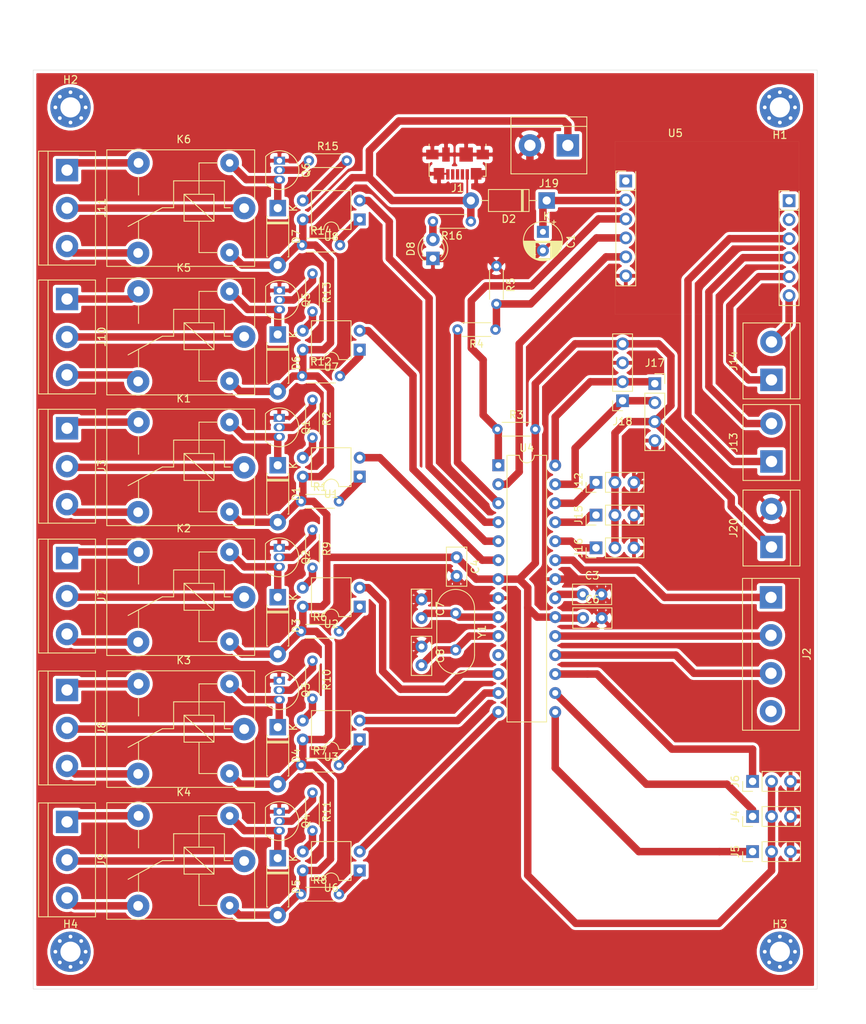
<source format=kicad_pcb>
(kicad_pcb (version 20171130) (host pcbnew "(5.1.10)-1")
  (layers (0 F.Cu signal) (31 B.Cu signal) (34 B.Paste user) (35 F.Paste user) (36 B.SilkS user) (37 F.SilkS user) (38 B.Mask user) (39 F.Mask user) (44 Edge.Cuts user))
  (net 0 "")
  (net 1 "Net-(D1-Pad1)")
  (net 2 +5V)
  (net 3 "Net-(Q1-Pad2)")
  (net 4 GND)
  (net 5 "Net-(R1-Pad2)")
  (net 6 "Net-(R2-Pad2)")
  (net 7 MISO)
  (net 8 SCK)
  (net 9 MOSI)
  (net 10 RST)
  (net 11 "Net-(C7-Pad2)")
  (net 12 "Net-(C8-Pad2)")
  (net 13 "Net-(C3-Pad1)")
  (net 14 "Net-(C1-Pad1)")
  (net 15 "Net-(D3-Pad1)")
  (net 16 "Net-(D4-Pad1)")
  (net 17 "Net-(D5-Pad1)")
  (net 18 "Net-(D6-Pad1)")
  (net 19 "Net-(D7-Pad1)")
  (net 20 "Net-(D8-Pad2)")
  (net 21 "Net-(J1-Pad4)")
  (net 22 "Net-(J1-Pad3)")
  (net 23 "Net-(J1-Pad2)")
  (net 24 "Net-(J3-Pad3)")
  (net 25 "Net-(J3-Pad2)")
  (net 26 "Net-(J3-Pad1)")
  (net 27 P16)
  (net 28 P15)
  (net 29 "Net-(J7-Pad3)")
  (net 30 "Net-(J7-Pad2)")
  (net 31 "Net-(J7-Pad1)")
  (net 32 "Net-(J8-Pad3)")
  (net 33 "Net-(J8-Pad2)")
  (net 34 "Net-(J8-Pad1)")
  (net 35 "Net-(J9-Pad3)")
  (net 36 "Net-(J9-Pad2)")
  (net 37 "Net-(J9-Pad1)")
  (net 38 "Net-(J10-Pad3)")
  (net 39 "Net-(J10-Pad2)")
  (net 40 "Net-(J10-Pad1)")
  (net 41 "Net-(J11-Pad3)")
  (net 42 "Net-(J11-Pad2)")
  (net 43 "Net-(J11-Pad1)")
  (net 44 A2)
  (net 45 "Net-(J13-Pad2)")
  (net 46 "Net-(J13-Pad1)")
  (net 47 "Net-(J14-Pad2)")
  (net 48 "Net-(J14-Pad1)")
  (net 49 A1)
  (net 50 A0)
  (net 51 SDA)
  (net 52 SCL)
  (net 53 "Net-(Q2-Pad2)")
  (net 54 "Net-(Q3-Pad2)")
  (net 55 "Net-(Q4-Pad2)")
  (net 56 "Net-(Q5-Pad2)")
  (net 57 "Net-(Q6-Pad2)")
  (net 58 RXD)
  (net 59 RXD3v3)
  (net 60 "Net-(R6-Pad2)")
  (net 61 "Net-(R7-Pad2)")
  (net 62 "Net-(R8-Pad2)")
  (net 63 "Net-(R9-Pad2)")
  (net 64 "Net-(R10-Pad2)")
  (net 65 "Net-(R11-Pad2)")
  (net 66 "Net-(R12-Pad2)")
  (net 67 "Net-(R13-Pad2)")
  (net 68 "Net-(R14-Pad2)")
  (net 69 "Net-(R15-Pad2)")
  (net 70 D11)
  (net 71 D12)
  (net 72 D13)
  (net 73 D14)
  (net 74 D6)
  (net 75 D5)
  (net 76 D4)
  (net 77 TXD)
  (net 78 "Net-(U5-Pad1)")
  (net 79 "Net-(U5-Pad7)")
  (net 80 "Net-(U5-Pad8)")
  (net 81 14)
  (net 82 "Net-(J2-Pad4)")
  (module MountingHole:MountingHole_2.7mm_M2.5_Pad_Via (layer F.Cu) (at 25 130)
    (fp_text reference H4 (at 0 -3.7) (layer F.SilkS))
    (fp_text value MountingHole)
    (pad 1 thru_hole circle (at 1.431891 -1.431891) (size 0.8 0.8) (drill 0.5) (layers *.Cu *.Mask))
    (pad 1 thru_hole circle (at 0 -2.025) (size 0.8 0.8) (drill 0.5) (layers *.Cu *.Mask))
    (pad 1 thru_hole circle (at -1.431891 -1.431891) (size 0.8 0.8) (drill 0.5) (layers *.Cu *.Mask))
    (pad 1 thru_hole circle (at -2.025 0) (size 0.8 0.8) (drill 0.5) (layers *.Cu *.Mask))
    (pad 1 thru_hole circle (at -1.431891 1.431891) (size 0.8 0.8) (drill 0.5) (layers *.Cu *.Mask))
    (pad 1 thru_hole circle (at 0 2.025) (size 0.8 0.8) (drill 0.5) (layers *.Cu *.Mask))
    (pad 1 thru_hole circle (at 1.431891 1.431891) (size 0.8 0.8) (drill 0.5) (layers *.Cu *.Mask))
    (pad 1 thru_hole circle (at 2.025 0) (size 0.8 0.8) (drill 0.5) (layers *.Cu *.Mask))
    (pad 1 thru_hole circle (at 0 0) (size 5.4 5.4) (drill 2.7) (layers *.Cu *.Mask))
  )
  (module MountingHole:MountingHole_2.7mm_M2.5_Pad_Via (layer F.Cu) (at 120 130)
    (fp_text reference H3 (at 0 -3.7) (layer F.SilkS))
    (fp_text value MountingHole)
    (pad 1 thru_hole circle (at 1.431891 -1.431891) (size 0.8 0.8) (drill 0.5) (layers *.Cu *.Mask))
    (pad 1 thru_hole circle (at 0 -2.025) (size 0.8 0.8) (drill 0.5) (layers *.Cu *.Mask))
    (pad 1 thru_hole circle (at -1.431891 -1.431891) (size 0.8 0.8) (drill 0.5) (layers *.Cu *.Mask))
    (pad 1 thru_hole circle (at -2.025 0) (size 0.8 0.8) (drill 0.5) (layers *.Cu *.Mask))
    (pad 1 thru_hole circle (at -1.431891 1.431891) (size 0.8 0.8) (drill 0.5) (layers *.Cu *.Mask))
    (pad 1 thru_hole circle (at 0 2.025) (size 0.8 0.8) (drill 0.5) (layers *.Cu *.Mask))
    (pad 1 thru_hole circle (at 1.431891 1.431891) (size 0.8 0.8) (drill 0.5) (layers *.Cu *.Mask))
    (pad 1 thru_hole circle (at 2.025 0) (size 0.8 0.8) (drill 0.5) (layers *.Cu *.Mask))
    (pad 1 thru_hole circle (at 0 0) (size 5.4 5.4) (drill 2.7) (layers *.Cu *.Mask))
  )
  (module MountingHole:MountingHole_2.7mm_M2.5_Pad_Via (layer F.Cu) (at 25 17)
    (fp_text reference H2 (at 0 -3.7) (layer F.SilkS))
    (fp_text value MountingHole)
    (pad 1 thru_hole circle (at 1.431891 -1.431891) (size 0.8 0.8) (drill 0.5) (layers *.Cu *.Mask))
    (pad 1 thru_hole circle (at 0 -2.025) (size 0.8 0.8) (drill 0.5) (layers *.Cu *.Mask))
    (pad 1 thru_hole circle (at -1.431891 -1.431891) (size 0.8 0.8) (drill 0.5) (layers *.Cu *.Mask))
    (pad 1 thru_hole circle (at -2.025 0) (size 0.8 0.8) (drill 0.5) (layers *.Cu *.Mask))
    (pad 1 thru_hole circle (at -1.431891 1.431891) (size 0.8 0.8) (drill 0.5) (layers *.Cu *.Mask))
    (pad 1 thru_hole circle (at 0 2.025) (size 0.8 0.8) (drill 0.5) (layers *.Cu *.Mask))
    (pad 1 thru_hole circle (at 1.431891 1.431891) (size 0.8 0.8) (drill 0.5) (layers *.Cu *.Mask))
    (pad 1 thru_hole circle (at 2.025 0) (size 0.8 0.8) (drill 0.5) (layers *.Cu *.Mask))
    (pad 1 thru_hole circle (at 0 0) (size 5.4 5.4) (drill 2.7) (layers *.Cu *.Mask))
  )
  (module MountingHole:MountingHole_2.7mm_M2.5_Pad_Via (layer F.Cu) (at 120 17 180)
    (fp_text reference H1 (at 0 -3.7) (layer F.SilkS))
    (fp_text value MountingHole)
    (pad 1 thru_hole circle (at 1.431891 -1.431891 180) (size 0.8 0.8) (drill 0.5) (layers *.Cu *.Mask))
    (pad 1 thru_hole circle (at 0 -2.025 180) (size 0.8 0.8) (drill 0.5) (layers *.Cu *.Mask))
    (pad 1 thru_hole circle (at -1.431891 -1.431891 180) (size 0.8 0.8) (drill 0.5) (layers *.Cu *.Mask))
    (pad 1 thru_hole circle (at -2.025 0 180) (size 0.8 0.8) (drill 0.5) (layers *.Cu *.Mask))
    (pad 1 thru_hole circle (at -1.431891 1.431891 180) (size 0.8 0.8) (drill 0.5) (layers *.Cu *.Mask))
    (pad 1 thru_hole circle (at 0 2.025 180) (size 0.8 0.8) (drill 0.5) (layers *.Cu *.Mask))
    (pad 1 thru_hole circle (at 1.431891 1.431891 180) (size 0.8 0.8) (drill 0.5) (layers *.Cu *.Mask))
    (pad 1 thru_hole circle (at 2.025 0 180) (size 0.8 0.8) (drill 0.5) (layers *.Cu *.Mask))
    (pad 1 thru_hole circle (at 0 0 180) (size 5.4 5.4) (drill 2.7) (layers *.Cu *.Mask))
  )
  (module TerminalBlock:TerminalBlock_bornier-2_P5.08mm (layer F.Cu) (at 118.872 75.8317 90)
    (fp_text reference J20 (at 2.54 -5.08 90) (layer F.SilkS))
    (fp_text value Micro)
    (pad 2 thru_hole circle (at 5.08 0 90) (size 3 3) (drill 1.52) (layers *.Cu *.Mask) (net 4 GND))
    (pad 1 thru_hole rect (at 0 0 90) (size 3 3) (drill 1.52) (layers *.Cu *.Mask) (net 2 +5V))
  )
  (module TerminalBlock:TerminalBlock_bornier-2_P5.08mm (layer F.Cu) (at 91.6051 22.0853 180)
    (fp_text reference J19 (at 2.54 -5.08) (layer F.SilkS))
    (fp_text value Micro)
    (pad 2 thru_hole circle (at 5.08 0 180) (size 3 3) (drill 1.52) (layers *.Cu *.Mask) (net 4 GND))
    (pad 1 thru_hole rect (at 0 0 180) (size 3 3) (drill 1.52) (layers *.Cu *.Mask) (net 2 +5V))
  )
  (module TerminalBlock:TerminalBlock_bornier-4_P5.08mm (layer F.Cu) (at 118.8085 82.5754 270)
    (fp_text reference J2 (at 7.6 -4.8 90) (layer F.SilkS))
    (fp_text value Screw_Terminal_01x04)
    (pad 4 thru_hole circle (at 15.24 0 270) (size 3 3) (drill 1.52) (layers *.Cu *.Mask) (net 82 "Net-(J2-Pad4)"))
    (pad 1 thru_hole rect (at 0 0 270) (size 3 3) (drill 1.52) (layers *.Cu *.Mask) (net 81 14))
    (pad 3 thru_hole circle (at 10.16 0 270) (size 3 3) (drill 1.52) (layers *.Cu *.Mask) (net 7 MISO))
    (pad 2 thru_hole circle (at 5.08 0 270) (size 3 3) (drill 1.52) (layers *.Cu *.Mask) (net 8 SCK))
  )
  (module Package_DIP:DIP-4_W7.62mm (layer F.Cu) (at 63.7286 32.004 180)
    (fp_text reference U8 (at 3.81 -2.33) (layer F.SilkS))
    (fp_text value PC817)
    (pad 4 thru_hole oval (at 7.62 0 180) (size 1.6 1.6) (drill 0.8) (layers *.Cu *.Mask) (net 2 +5V))
    (pad 2 thru_hole oval (at 0 2.54 180) (size 1.6 1.6) (drill 0.8) (layers *.Cu *.Mask) (net 76 D4))
    (pad 3 thru_hole oval (at 7.62 2.54 180) (size 1.6 1.6) (drill 0.8) (layers *.Cu *.Mask) (net 69 "Net-(R15-Pad2)"))
    (pad 1 thru_hole rect (at 0 0 180) (size 1.6 1.6) (drill 0.8) (layers *.Cu *.Mask) (net 68 "Net-(R14-Pad2)"))
  )
  (module sim800:sim800l (layer F.Cu) (at 110.236 33.147)
    (fp_text reference U5 (at -4.2418 -12.7) (layer F.SilkS))
    (fp_text value Sim800l)
    (pad 5 thru_hole oval (at -10.8712 3.8608) (size 1.7 1.7) (drill 1) (layers *.Cu *.Mask) (net 77 TXD))
    (pad 1 thru_hole rect (at -10.8712 -6.2992) (size 1.7 1.7) (drill 1) (layers *.Cu *.Mask) (net 78 "Net-(U5-Pad1)"))
    (pad 2 thru_hole oval (at -10.8712 -3.7592) (size 1.7 1.7) (drill 1) (layers *.Cu *.Mask) (net 14 "Net-(C1-Pad1)"))
    (pad 6 thru_hole oval (at -10.8712 6.4008) (size 1.7 1.7) (drill 1) (layers *.Cu *.Mask) (net 4 GND))
    (pad 3 thru_hole oval (at -10.8712 -1.2192) (size 1.7 1.7) (drill 1) (layers *.Cu *.Mask) (net 10 RST))
    (pad 4 thru_hole oval (at -10.8712 1.3208) (size 1.7 1.7) (drill 1) (layers *.Cu *.Mask) (net 59 RXD3v3))
    (pad 7 thru_hole rect (at 10.9982 -3.6576) (size 1.7 1.7) (drill 1) (layers *.Cu *.Mask) (net 79 "Net-(U5-Pad7)"))
    (pad 9 thru_hole oval (at 10.9982 1.4224) (size 1.7 1.7) (drill 1) (layers *.Cu *.Mask) (net 46 "Net-(J13-Pad1)"))
    (pad 8 thru_hole oval (at 10.9982 -1.1176) (size 1.7 1.7) (drill 1) (layers *.Cu *.Mask) (net 80 "Net-(U5-Pad8)"))
    (pad 12 thru_hole oval (at 10.9982 9.0424) (size 1.7 1.7) (drill 1) (layers *.Cu *.Mask) (net 47 "Net-(J14-Pad2)"))
    (pad 11 thru_hole oval (at 10.9982 6.5024) (size 1.7 1.7) (drill 1) (layers *.Cu *.Mask) (net 48 "Net-(J14-Pad1)"))
    (pad 10 thru_hole oval (at 10.9982 3.9624) (size 1.7 1.7) (drill 1) (layers *.Cu *.Mask) (net 45 "Net-(J13-Pad2)"))
  )
  (module Relay_THT:Relay_SPDT_SANYOU_SRD_Series_Form_C (layer F.Cu) (at 48.26 30.48 180)
    (fp_text reference K6 (at 8.1 9.2) (layer F.SilkS))
    (fp_text value SRD)
    (pad 1 thru_hole circle (at 0 0 270) (size 3 3) (drill 1.3) (layers *.Cu *.Mask) (net 42 "Net-(J11-Pad2)"))
    (pad 5 thru_hole circle (at 1.95 -5.95 270) (size 2.5 2.5) (drill 1) (layers *.Cu *.Mask) (net 2 +5V))
    (pad 4 thru_hole circle (at 14.2 -6 270) (size 3 3) (drill 1.3) (layers *.Cu *.Mask) (net 41 "Net-(J11-Pad3)"))
    (pad 3 thru_hole circle (at 14.15 6.05 270) (size 3 3) (drill 1.3) (layers *.Cu *.Mask) (net 43 "Net-(J11-Pad1)"))
    (pad 2 thru_hole circle (at 1.95 6.05 270) (size 2.5 2.5) (drill 1) (layers *.Cu *.Mask) (net 19 "Net-(D7-Pad1)"))
  )
  (module Relay_THT:Relay_SPDT_SANYOU_SRD_Series_Form_C (layer F.Cu) (at 48.26 47.6758 180)
    (fp_text reference K5 (at 8.1 9.2) (layer F.SilkS))
    (fp_text value SRD)
    (pad 1 thru_hole circle (at 0 0 270) (size 3 3) (drill 1.3) (layers *.Cu *.Mask) (net 39 "Net-(J10-Pad2)"))
    (pad 5 thru_hole circle (at 1.95 -5.95 270) (size 2.5 2.5) (drill 1) (layers *.Cu *.Mask) (net 2 +5V))
    (pad 4 thru_hole circle (at 14.2 -6 270) (size 3 3) (drill 1.3) (layers *.Cu *.Mask) (net 38 "Net-(J10-Pad3)"))
    (pad 3 thru_hole circle (at 14.15 6.05 270) (size 3 3) (drill 1.3) (layers *.Cu *.Mask) (net 40 "Net-(J10-Pad1)"))
    (pad 2 thru_hole circle (at 1.95 6.05 270) (size 2.5 2.5) (drill 1) (layers *.Cu *.Mask) (net 18 "Net-(D6-Pad1)"))
  )
  (module Capacitor_THT:CP_Radial_D5.0mm_P2.50mm (layer F.Cu) (at 88.265 33.655 270)
    (fp_text reference C1 (at 1.25 -3.75 90) (layer F.SilkS))
    (fp_text value 200uf)
    (pad 2 thru_hole circle (at 2.5 0 270) (size 1.6 1.6) (drill 0.8) (layers *.Cu *.Mask) (net 4 GND))
    (pad 1 thru_hole rect (at 0 0 270) (size 1.6 1.6) (drill 0.8) (layers *.Cu *.Mask) (net 14 "Net-(C1-Pad1)"))
  )
  (module Capacitor_THT:C_Disc_D5.0mm_W2.5mm_P2.50mm (layer F.Cu) (at 93.599 82.169)
    (fp_text reference C3 (at 1.25 -2.5) (layer F.SilkS))
    (fp_text value 100nf)
    (pad 2 thru_hole circle (at 2.5 0) (size 1.6 1.6) (drill 0.8) (layers *.Cu *.Mask) (net 4 GND))
    (pad 1 thru_hole circle (at 0 0) (size 1.6 1.6) (drill 0.8) (layers *.Cu *.Mask) (net 13 "Net-(C3-Pad1)"))
  )
  (module Capacitor_THT:C_Disc_D5.0mm_W2.5mm_P2.50mm (layer F.Cu) (at 76.708 77.216 270)
    (fp_text reference C4 (at 1.25 -2.5 90) (layer F.SilkS))
    (fp_text value 100nf)
    (pad 2 thru_hole circle (at 2.5 0 270) (size 1.6 1.6) (drill 0.8) (layers *.Cu *.Mask) (net 4 GND))
    (pad 1 thru_hole circle (at 0 0 270) (size 1.6 1.6) (drill 0.8) (layers *.Cu *.Mask) (net 2 +5V))
  )
  (module Capacitor_THT:C_Disc_D5.0mm_W2.5mm_P2.50mm (layer F.Cu) (at 93.639 85.344)
    (fp_text reference C6 (at 1.25 -2.5) (layer F.SilkS))
    (fp_text value 100nf)
    (pad 2 thru_hole circle (at 2.5 0) (size 1.6 1.6) (drill 0.8) (layers *.Cu *.Mask) (net 4 GND))
    (pad 1 thru_hole circle (at 0 0) (size 1.6 1.6) (drill 0.8) (layers *.Cu *.Mask) (net 2 +5V))
  )
  (module Capacitor_THT:C_Disc_D5.0mm_W2.5mm_P2.50mm (layer F.Cu) (at 72.009 82.844 270)
    (fp_text reference C7 (at 1.25 -2.5 90) (layer F.SilkS))
    (fp_text value 22pf)
    (pad 2 thru_hole circle (at 2.5 0 270) (size 1.6 1.6) (drill 0.8) (layers *.Cu *.Mask) (net 11 "Net-(C7-Pad2)"))
    (pad 1 thru_hole circle (at 0 0 270) (size 1.6 1.6) (drill 0.8) (layers *.Cu *.Mask) (net 4 GND))
  )
  (module Capacitor_THT:C_Disc_D5.0mm_W2.5mm_P2.50mm (layer F.Cu) (at 72.009 89.154 270)
    (fp_text reference C8 (at 1.25 -2.5 90) (layer F.SilkS))
    (fp_text value 22pf)
    (pad 2 thru_hole circle (at 2.5 0 270) (size 1.6 1.6) (drill 0.8) (layers *.Cu *.Mask) (net 12 "Net-(C8-Pad2)"))
    (pad 1 thru_hole circle (at 0 0 270) (size 1.6 1.6) (drill 0.8) (layers *.Cu *.Mask) (net 4 GND))
  )
  (module Diode_THT:D_DO-41_SOD81_P7.62mm_Horizontal (layer F.Cu) (at 52.7558 64.897 270)
    (fp_text reference D1 (at 3.81 -2.47 90) (layer F.SilkS))
    (fp_text value DIODE)
    (fp_text user K (at 0 -2.1 90) (layer F.SilkS))
    (pad 2 thru_hole oval (at 7.62 0 270) (size 2.2 2.2) (drill 1.1) (layers *.Cu *.Mask) (net 2 +5V))
    (pad 1 thru_hole rect (at 0 0 270) (size 2.2 2.2) (drill 1.1) (layers *.Cu *.Mask) (net 1 "Net-(D1-Pad1)"))
  )
  (module Diode_THT:D_DO-41_SOD81_P10.16mm_Horizontal (layer F.Cu) (at 88.773 29.464 180)
    (fp_text reference D2 (at 5.08 -2.47) (layer F.SilkS))
    (fp_text value 1N4001)
    (fp_text user K (at 0 -2.1) (layer F.SilkS))
    (pad 2 thru_hole oval (at 10.16 0 180) (size 2.2 2.2) (drill 1.1) (layers *.Cu *.Mask) (net 2 +5V))
    (pad 1 thru_hole rect (at 0 0 180) (size 2.2 2.2) (drill 1.1) (layers *.Cu *.Mask) (net 14 "Net-(C1-Pad1)"))
  )
  (module Diode_THT:D_DO-41_SOD81_P7.62mm_Horizontal (layer F.Cu) (at 52.7558 82.55 270)
    (fp_text reference D3 (at 3.81 -2.47 90) (layer F.SilkS))
    (fp_text value DIODE)
    (fp_text user K (at 0 -2.1 90) (layer F.SilkS))
    (pad 2 thru_hole oval (at 7.62 0 270) (size 2.2 2.2) (drill 1.1) (layers *.Cu *.Mask) (net 2 +5V))
    (pad 1 thru_hole rect (at 0 0 270) (size 2.2 2.2) (drill 1.1) (layers *.Cu *.Mask) (net 15 "Net-(D3-Pad1)"))
  )
  (module Diode_THT:D_DO-41_SOD81_P7.62mm_Horizontal (layer F.Cu) (at 52.7558 99.949 270)
    (fp_text reference D4 (at 3.81 -2.47 90) (layer F.SilkS))
    (fp_text value DIODE)
    (fp_text user K (at 0 -2.1 90) (layer F.SilkS))
    (pad 2 thru_hole oval (at 7.62 0 270) (size 2.2 2.2) (drill 1.1) (layers *.Cu *.Mask) (net 2 +5V))
    (pad 1 thru_hole rect (at 0 0 270) (size 2.2 2.2) (drill 1.1) (layers *.Cu *.Mask) (net 16 "Net-(D4-Pad1)"))
  )
  (module Diode_THT:D_DO-41_SOD81_P7.62mm_Horizontal (layer F.Cu) (at 52.7558 117.475 270)
    (fp_text reference D5 (at 3.81 -2.47 90) (layer F.SilkS))
    (fp_text value DIODE)
    (fp_text user K (at 0 -2.1 90) (layer F.SilkS))
    (pad 2 thru_hole oval (at 7.62 0 270) (size 2.2 2.2) (drill 1.1) (layers *.Cu *.Mask) (net 2 +5V))
    (pad 1 thru_hole rect (at 0 0 270) (size 2.2 2.2) (drill 1.1) (layers *.Cu *.Mask) (net 17 "Net-(D5-Pad1)"))
  )
  (module Diode_THT:D_DO-41_SOD81_P7.62mm_Horizontal (layer F.Cu) (at 52.7558 47.3964 270)
    (fp_text reference D6 (at 3.81 -2.47 90) (layer F.SilkS))
    (fp_text value DIODE)
    (fp_text user K (at 0 -2.1 90) (layer F.SilkS))
    (pad 2 thru_hole oval (at 7.62 0 270) (size 2.2 2.2) (drill 1.1) (layers *.Cu *.Mask) (net 2 +5V))
    (pad 1 thru_hole rect (at 0 0 270) (size 2.2 2.2) (drill 1.1) (layers *.Cu *.Mask) (net 18 "Net-(D6-Pad1)"))
  )
  (module Diode_THT:D_DO-41_SOD81_P7.62mm_Horizontal (layer F.Cu) (at 52.7558 30.48 270)
    (fp_text reference D7 (at 3.81 -2.47 90) (layer F.SilkS))
    (fp_text value DIODE)
    (fp_text user K (at 0 -2.1 90) (layer F.SilkS))
    (pad 2 thru_hole oval (at 7.62 0 270) (size 2.2 2.2) (drill 1.1) (layers *.Cu *.Mask) (net 2 +5V))
    (pad 1 thru_hole rect (at 0 0 270) (size 2.2 2.2) (drill 1.1) (layers *.Cu *.Mask) (net 19 "Net-(D7-Pad1)"))
  )
  (module LED_THT:LED_D3.0mm (layer F.Cu) (at 73.533 37.211 90)
    (fp_text reference D8 (at 1.27 -2.96 90) (layer F.SilkS))
    (fp_text value LED)
    (pad 2 thru_hole circle (at 2.54 0 90) (size 1.8 1.8) (drill 0.9) (layers *.Cu *.Mask) (net 20 "Net-(D8-Pad2)"))
    (pad 1 thru_hole rect (at 0 0 90) (size 1.8 1.8) (drill 0.9) (layers *.Cu *.Mask) (net 4 GND))
  )
  (module Connector_USB:USB_Micro-B_Molex_47346-0001 (layer F.Cu) (at 76.835 24.511 180)
    (fp_text reference J1 (at 0 -3.3 180) (layer F.SilkS))
    (fp_text value USB_B_Micro)
    (pad 6 smd rect (at 1.55 1.2 180) (size 1 1.9) (layers F.Cu F.Paste F.Mask) (net 4 GND))
    (pad 6 smd rect (at -1.15 1.2 180) (size 1.8 1.9) (layers F.Cu F.Paste F.Mask) (net 4 GND))
    (pad 6 smd rect (at 3.375 1.2 180) (size 1.65 1.3) (layers F.Cu F.Paste F.Mask) (net 4 GND))
    (pad 6 smd rect (at -3.375 1.2 180) (size 1.65 1.3) (layers F.Cu F.Paste F.Mask) (net 4 GND))
    (pad 6 smd rect (at 2.4875 -1.375 180) (size 1.425 1.55) (layers F.Cu F.Paste F.Mask) (net 4 GND))
    (pad 6 smd rect (at -2.4875 -1.375 180) (size 1.425 1.55) (layers F.Cu F.Paste F.Mask) (net 4 GND))
    (pad 5 smd rect (at 1.3 -1.46 180) (size 0.45 1.38) (layers F.Cu F.Paste F.Mask) (net 4 GND))
    (pad 4 smd rect (at 0.65 -1.46 180) (size 0.45 1.38) (layers F.Cu F.Paste F.Mask) (net 21 "Net-(J1-Pad4)"))
    (pad 3 smd rect (at 0 -1.46 180) (size 0.45 1.38) (layers F.Cu F.Paste F.Mask) (net 22 "Net-(J1-Pad3)"))
    (pad 2 smd rect (at -0.65 -1.46 180) (size 0.45 1.38) (layers F.Cu F.Paste F.Mask) (net 23 "Net-(J1-Pad2)"))
    (pad 1 smd rect (at -1.3 -1.46 180) (size 0.45 1.38) (layers F.Cu F.Paste F.Mask) (net 2 +5V))
  )
  (module TerminalBlock:TerminalBlock_bornier-3_P5.08mm (layer F.Cu) (at 24.5364 59.944 270)
    (fp_text reference J3 (at 5.05 -4.65 90) (layer F.SilkS))
    (fp_text value Screw)
    (pad 3 thru_hole circle (at 10.16 0 270) (size 3 3) (drill 1.52) (layers *.Cu *.Mask) (net 24 "Net-(J3-Pad3)"))
    (pad 2 thru_hole circle (at 5.08 0 270) (size 3 3) (drill 1.52) (layers *.Cu *.Mask) (net 25 "Net-(J3-Pad2)"))
    (pad 1 thru_hole rect (at 0 0 270) (size 3 3) (drill 1.52) (layers *.Cu *.Mask) (net 26 "Net-(J3-Pad1)"))
  )
  (module Connector_PinHeader_2.54mm:PinHeader_1x03_P2.54mm_Vertical (layer F.Cu) (at 116.3447 111.8997 90)
    (fp_text reference J4 (at 0 -2.33 90) (layer F.SilkS))
    (fp_text value pwm)
    (pad 3 thru_hole oval (at 0 5.08 90) (size 1.7 1.7) (drill 1) (layers *.Cu *.Mask) (net 4 GND))
    (pad 2 thru_hole oval (at 0 2.54 90) (size 1.7 1.7) (drill 1) (layers *.Cu *.Mask) (net 2 +5V))
    (pad 1 thru_hole rect (at 0 0 90) (size 1.7 1.7) (drill 1) (layers *.Cu *.Mask) (net 27 P16))
  )
  (module Connector_PinHeader_2.54mm:PinHeader_1x03_P2.54mm_Vertical (layer F.Cu) (at 116.3447 116.5987 90)
    (fp_text reference J5 (at 0 -2.33 90) (layer F.SilkS))
    (fp_text value pwm)
    (pad 3 thru_hole oval (at 0 5.08 90) (size 1.7 1.7) (drill 1) (layers *.Cu *.Mask) (net 4 GND))
    (pad 2 thru_hole oval (at 0 2.54 90) (size 1.7 1.7) (drill 1) (layers *.Cu *.Mask) (net 2 +5V))
    (pad 1 thru_hole rect (at 0 0 90) (size 1.7 1.7) (drill 1) (layers *.Cu *.Mask) (net 28 P15))
  )
  (module Connector_PinHeader_2.54mm:PinHeader_1x03_P2.54mm_Vertical (layer F.Cu) (at 116.3447 107.2007 90)
    (fp_text reference J6 (at 0 -2.33 90) (layer F.SilkS))
    (fp_text value pwm)
    (pad 3 thru_hole oval (at 0 5.08 90) (size 1.7 1.7) (drill 1) (layers *.Cu *.Mask) (net 4 GND))
    (pad 2 thru_hole oval (at 0 2.54 90) (size 1.7 1.7) (drill 1) (layers *.Cu *.Mask) (net 2 +5V))
    (pad 1 thru_hole rect (at 0 0 90) (size 1.7 1.7) (drill 1) (layers *.Cu *.Mask) (net 9 MOSI))
  )
  (module TerminalBlock:TerminalBlock_bornier-3_P5.08mm (layer F.Cu) (at 24.5364 77.32 270)
    (fp_text reference J7 (at 5.05 -4.65 90) (layer F.SilkS))
    (fp_text value Screw)
    (pad 3 thru_hole circle (at 10.16 0 270) (size 3 3) (drill 1.52) (layers *.Cu *.Mask) (net 29 "Net-(J7-Pad3)"))
    (pad 2 thru_hole circle (at 5.08 0 270) (size 3 3) (drill 1.52) (layers *.Cu *.Mask) (net 30 "Net-(J7-Pad2)"))
    (pad 1 thru_hole rect (at 0 0 270) (size 3 3) (drill 1.52) (layers *.Cu *.Mask) (net 31 "Net-(J7-Pad1)"))
  )
  (module TerminalBlock:TerminalBlock_bornier-3_P5.08mm (layer F.Cu) (at 24.5364 94.973 270)
    (fp_text reference J8 (at 5.05 -4.65 90) (layer F.SilkS))
    (fp_text value Screw)
    (pad 3 thru_hole circle (at 10.16 0 270) (size 3 3) (drill 1.52) (layers *.Cu *.Mask) (net 32 "Net-(J8-Pad3)"))
    (pad 2 thru_hole circle (at 5.08 0 270) (size 3 3) (drill 1.52) (layers *.Cu *.Mask) (net 33 "Net-(J8-Pad2)"))
    (pad 1 thru_hole rect (at 0 0 270) (size 3 3) (drill 1.52) (layers *.Cu *.Mask) (net 34 "Net-(J8-Pad1)"))
  )
  (module TerminalBlock:TerminalBlock_bornier-3_P5.08mm (layer F.Cu) (at 24.5364 112.626 270)
    (fp_text reference J9 (at 5.05 -4.65 90) (layer F.SilkS))
    (fp_text value Screw)
    (pad 3 thru_hole circle (at 10.16 0 270) (size 3 3) (drill 1.52) (layers *.Cu *.Mask) (net 35 "Net-(J9-Pad3)"))
    (pad 2 thru_hole circle (at 5.08 0 270) (size 3 3) (drill 1.52) (layers *.Cu *.Mask) (net 36 "Net-(J9-Pad2)"))
    (pad 1 thru_hole rect (at 0 0 270) (size 3 3) (drill 1.52) (layers *.Cu *.Mask) (net 37 "Net-(J9-Pad1)"))
  )
  (module TerminalBlock:TerminalBlock_bornier-3_P5.08mm (layer F.Cu) (at 24.5364 42.6466 270)
    (fp_text reference J10 (at 5.05 -4.65 90) (layer F.SilkS))
    (fp_text value Screw)
    (pad 3 thru_hole circle (at 10.16 0 270) (size 3 3) (drill 1.52) (layers *.Cu *.Mask) (net 38 "Net-(J10-Pad3)"))
    (pad 2 thru_hole circle (at 5.08 0 270) (size 3 3) (drill 1.52) (layers *.Cu *.Mask) (net 39 "Net-(J10-Pad2)"))
    (pad 1 thru_hole rect (at 0 0 270) (size 3 3) (drill 1.52) (layers *.Cu *.Mask) (net 40 "Net-(J10-Pad1)"))
  )
  (module TerminalBlock:TerminalBlock_bornier-3_P5.08mm (layer F.Cu) (at 24.5364 25.4 270)
    (fp_text reference J11 (at 5.05 -4.65 90) (layer F.SilkS))
    (fp_text value Screw)
    (pad 3 thru_hole circle (at 10.16 0 270) (size 3 3) (drill 1.52) (layers *.Cu *.Mask) (net 41 "Net-(J11-Pad3)"))
    (pad 2 thru_hole circle (at 5.08 0 270) (size 3 3) (drill 1.52) (layers *.Cu *.Mask) (net 42 "Net-(J11-Pad2)"))
    (pad 1 thru_hole rect (at 0 0 270) (size 3 3) (drill 1.52) (layers *.Cu *.Mask) (net 43 "Net-(J11-Pad1)"))
  )
  (module Connector_PinHeader_2.54mm:PinHeader_1x03_P2.54mm_Vertical (layer F.Cu) (at 95.377 67.183 90)
    (fp_text reference J12 (at 0 -2.33 90) (layer F.SilkS))
    (fp_text value A)
    (pad 3 thru_hole oval (at 0 5.08 90) (size 1.7 1.7) (drill 1) (layers *.Cu *.Mask) (net 4 GND))
    (pad 2 thru_hole oval (at 0 2.54 90) (size 1.7 1.7) (drill 1) (layers *.Cu *.Mask) (net 2 +5V))
    (pad 1 thru_hole rect (at 0 0 90) (size 1.7 1.7) (drill 1) (layers *.Cu *.Mask) (net 44 A2))
  )
  (module TerminalBlock:TerminalBlock_bornier-2_P5.08mm (layer F.Cu) (at 118.872 64.389 90)
    (fp_text reference J13 (at 2.54 -5.08 90) (layer F.SilkS))
    (fp_text value Micro)
    (pad 2 thru_hole circle (at 5.08 0 90) (size 3 3) (drill 1.52) (layers *.Cu *.Mask) (net 45 "Net-(J13-Pad2)"))
    (pad 1 thru_hole rect (at 0 0 90) (size 3 3) (drill 1.52) (layers *.Cu *.Mask) (net 46 "Net-(J13-Pad1)"))
  )
  (module TerminalBlock:TerminalBlock_bornier-2_P5.08mm (layer F.Cu) (at 118.872 53.467 90)
    (fp_text reference J14 (at 2.54 -5.08 90) (layer F.SilkS))
    (fp_text value Speaker)
    (pad 2 thru_hole circle (at 5.08 0 90) (size 3 3) (drill 1.52) (layers *.Cu *.Mask) (net 47 "Net-(J14-Pad2)"))
    (pad 1 thru_hole rect (at 0 0 90) (size 3 3) (drill 1.52) (layers *.Cu *.Mask) (net 48 "Net-(J14-Pad1)"))
  )
  (module Connector_PinHeader_2.54mm:PinHeader_1x03_P2.54mm_Vertical (layer F.Cu) (at 95.377 71.5645 90)
    (fp_text reference J15 (at 0 -2.33 90) (layer F.SilkS))
    (fp_text value A)
    (pad 3 thru_hole oval (at 0 5.08 90) (size 1.7 1.7) (drill 1) (layers *.Cu *.Mask) (net 4 GND))
    (pad 2 thru_hole oval (at 0 2.54 90) (size 1.7 1.7) (drill 1) (layers *.Cu *.Mask) (net 2 +5V))
    (pad 1 thru_hole rect (at 0 0 90) (size 1.7 1.7) (drill 1) (layers *.Cu *.Mask) (net 49 A1))
  )
  (module Connector_PinHeader_2.54mm:PinHeader_1x03_P2.54mm_Vertical (layer F.Cu) (at 95.377 75.946 90)
    (fp_text reference J16 (at 0 -2.33 90) (layer F.SilkS))
    (fp_text value A)
    (pad 3 thru_hole oval (at 0 5.08 90) (size 1.7 1.7) (drill 1) (layers *.Cu *.Mask) (net 4 GND))
    (pad 2 thru_hole oval (at 0 2.54 90) (size 1.7 1.7) (drill 1) (layers *.Cu *.Mask) (net 2 +5V))
    (pad 1 thru_hole rect (at 0 0 90) (size 1.7 1.7) (drill 1) (layers *.Cu *.Mask) (net 50 A0))
  )
  (module Connector_PinSocket_2.54mm:PinSocket_1x04_P2.54mm_Vertical (layer F.Cu) (at 103.251 53.975)
    (fp_text reference J17 (at 0 -2.77) (layer F.SilkS))
    (fp_text value i2c)
    (pad 4 thru_hole oval (at 0 7.62) (size 1.7 1.7) (drill 1) (layers *.Cu *.Mask) (net 4 GND))
    (pad 3 thru_hole oval (at 0 5.08) (size 1.7 1.7) (drill 1) (layers *.Cu *.Mask) (net 2 +5V))
    (pad 2 thru_hole oval (at 0 2.54) (size 1.7 1.7) (drill 1) (layers *.Cu *.Mask) (net 51 SDA))
    (pad 1 thru_hole rect (at 0 0) (size 1.7 1.7) (drill 1) (layers *.Cu *.Mask) (net 52 SCL))
  )
  (module Connector_PinSocket_2.54mm:PinSocket_1x04_P2.54mm_Vertical (layer F.Cu) (at 98.933 56.261 180)
    (fp_text reference J18 (at 0 -2.77) (layer F.SilkS))
    (fp_text value i2c)
    (pad 4 thru_hole oval (at 0 7.62 180) (size 1.7 1.7) (drill 1) (layers *.Cu *.Mask) (net 2 +5V))
    (pad 3 thru_hole oval (at 0 5.08 180) (size 1.7 1.7) (drill 1) (layers *.Cu *.Mask) (net 4 GND))
    (pad 2 thru_hole oval (at 0 2.54 180) (size 1.7 1.7) (drill 1) (layers *.Cu *.Mask) (net 52 SCL))
    (pad 1 thru_hole rect (at 0 0 180) (size 1.7 1.7) (drill 1) (layers *.Cu *.Mask) (net 51 SDA))
  )
  (module Relay_THT:Relay_SPDT_SANYOU_SRD_Series_Form_C (layer F.Cu) (at 48.26 65.174 180)
    (fp_text reference K1 (at 8.1 9.2) (layer F.SilkS))
    (fp_text value SRD)
    (pad 1 thru_hole circle (at 0 0 270) (size 3 3) (drill 1.3) (layers *.Cu *.Mask) (net 25 "Net-(J3-Pad2)"))
    (pad 5 thru_hole circle (at 1.95 -5.95 270) (size 2.5 2.5) (drill 1) (layers *.Cu *.Mask) (net 2 +5V))
    (pad 4 thru_hole circle (at 14.2 -6 270) (size 3 3) (drill 1.3) (layers *.Cu *.Mask) (net 24 "Net-(J3-Pad3)"))
    (pad 3 thru_hole circle (at 14.15 6.05 270) (size 3 3) (drill 1.3) (layers *.Cu *.Mask) (net 26 "Net-(J3-Pad1)"))
    (pad 2 thru_hole circle (at 1.95 6.05 270) (size 2.5 2.5) (drill 1) (layers *.Cu *.Mask) (net 1 "Net-(D1-Pad1)"))
  )
  (module Relay_THT:Relay_SPDT_SANYOU_SRD_Series_Form_C (layer F.Cu) (at 48.26 82.55 180)
    (fp_text reference K2 (at 8.1 9.2) (layer F.SilkS))
    (fp_text value SRD)
    (pad 1 thru_hole circle (at 0 0 270) (size 3 3) (drill 1.3) (layers *.Cu *.Mask) (net 30 "Net-(J7-Pad2)"))
    (pad 5 thru_hole circle (at 1.95 -5.95 270) (size 2.5 2.5) (drill 1) (layers *.Cu *.Mask) (net 2 +5V))
    (pad 4 thru_hole circle (at 14.2 -6 270) (size 3 3) (drill 1.3) (layers *.Cu *.Mask) (net 29 "Net-(J7-Pad3)"))
    (pad 3 thru_hole circle (at 14.15 6.05 270) (size 3 3) (drill 1.3) (layers *.Cu *.Mask) (net 31 "Net-(J7-Pad1)"))
    (pad 2 thru_hole circle (at 1.95 6.05 270) (size 2.5 2.5) (drill 1) (layers *.Cu *.Mask) (net 15 "Net-(D3-Pad1)"))
  )
  (module Relay_THT:Relay_SPDT_SANYOU_SRD_Series_Form_C (layer F.Cu) (at 48.26 100.203 180)
    (fp_text reference K3 (at 8.1 9.2) (layer F.SilkS))
    (fp_text value SRD)
    (pad 1 thru_hole circle (at 0 0 270) (size 3 3) (drill 1.3) (layers *.Cu *.Mask) (net 33 "Net-(J8-Pad2)"))
    (pad 5 thru_hole circle (at 1.95 -5.95 270) (size 2.5 2.5) (drill 1) (layers *.Cu *.Mask) (net 2 +5V))
    (pad 4 thru_hole circle (at 14.2 -6 270) (size 3 3) (drill 1.3) (layers *.Cu *.Mask) (net 32 "Net-(J8-Pad3)"))
    (pad 3 thru_hole circle (at 14.15 6.05 270) (size 3 3) (drill 1.3) (layers *.Cu *.Mask) (net 34 "Net-(J8-Pad1)"))
    (pad 2 thru_hole circle (at 1.95 6.05 270) (size 2.5 2.5) (drill 1) (layers *.Cu *.Mask) (net 16 "Net-(D4-Pad1)"))
  )
  (module Relay_THT:Relay_SPDT_SANYOU_SRD_Series_Form_C (layer F.Cu) (at 48.26 117.856 180)
    (fp_text reference K4 (at 8.1 9.2) (layer F.SilkS))
    (fp_text value SRD)
    (pad 1 thru_hole circle (at 0 0 270) (size 3 3) (drill 1.3) (layers *.Cu *.Mask) (net 36 "Net-(J9-Pad2)"))
    (pad 5 thru_hole circle (at 1.95 -5.95 270) (size 2.5 2.5) (drill 1) (layers *.Cu *.Mask) (net 2 +5V))
    (pad 4 thru_hole circle (at 14.2 -6 270) (size 3 3) (drill 1.3) (layers *.Cu *.Mask) (net 35 "Net-(J9-Pad3)"))
    (pad 3 thru_hole circle (at 14.15 6.05 270) (size 3 3) (drill 1.3) (layers *.Cu *.Mask) (net 37 "Net-(J9-Pad1)"))
    (pad 2 thru_hole circle (at 1.95 6.05 270) (size 2.5 2.5) (drill 1) (layers *.Cu *.Mask) (net 17 "Net-(D5-Pad1)"))
  )
  (module Package_TO_SOT_THT:TO-92_Inline (layer F.Cu) (at 52.959 58.547 270)
    (fp_text reference Q1 (at 1.27 -3.56 90) (layer F.SilkS))
    (fp_text value 2N3904)
    (pad 1 thru_hole rect (at 0 0 270) (size 1.05 1.5) (drill 0.75) (layers *.Cu *.Mask) (net 4 GND))
    (pad 3 thru_hole oval (at 2.54 0 270) (size 1.05 1.5) (drill 0.75) (layers *.Cu *.Mask) (net 1 "Net-(D1-Pad1)"))
    (pad 2 thru_hole oval (at 1.27 0 270) (size 1.05 1.5) (drill 0.75) (layers *.Cu *.Mask) (net 3 "Net-(Q1-Pad2)"))
  )
  (module Package_TO_SOT_THT:TO-92_Inline (layer F.Cu) (at 52.959 75.946 270)
    (fp_text reference Q2 (at 1.27 -3.56 90) (layer F.SilkS))
    (fp_text value 2N3904)
    (pad 1 thru_hole rect (at 0 0 270) (size 1.05 1.5) (drill 0.75) (layers *.Cu *.Mask) (net 4 GND))
    (pad 3 thru_hole oval (at 2.54 0 270) (size 1.05 1.5) (drill 0.75) (layers *.Cu *.Mask) (net 15 "Net-(D3-Pad1)"))
    (pad 2 thru_hole oval (at 1.27 0 270) (size 1.05 1.5) (drill 0.75) (layers *.Cu *.Mask) (net 53 "Net-(Q2-Pad2)"))
  )
  (module Package_TO_SOT_THT:TO-92_Inline (layer F.Cu) (at 52.959 93.726 270)
    (fp_text reference Q3 (at 1.27 -3.56 90) (layer F.SilkS))
    (fp_text value 2N3904)
    (pad 1 thru_hole rect (at 0 0 270) (size 1.05 1.5) (drill 0.75) (layers *.Cu *.Mask) (net 4 GND))
    (pad 3 thru_hole oval (at 2.54 0 270) (size 1.05 1.5) (drill 0.75) (layers *.Cu *.Mask) (net 16 "Net-(D4-Pad1)"))
    (pad 2 thru_hole oval (at 1.27 0 270) (size 1.05 1.5) (drill 0.75) (layers *.Cu *.Mask) (net 54 "Net-(Q3-Pad2)"))
  )
  (module Package_TO_SOT_THT:TO-92_Inline (layer F.Cu) (at 52.959 111.252 270)
    (fp_text reference Q4 (at 1.27 -3.56 90) (layer F.SilkS))
    (fp_text value 2N3904)
    (pad 1 thru_hole rect (at 0 0 270) (size 1.05 1.5) (drill 0.75) (layers *.Cu *.Mask) (net 4 GND))
    (pad 3 thru_hole oval (at 2.54 0 270) (size 1.05 1.5) (drill 0.75) (layers *.Cu *.Mask) (net 17 "Net-(D5-Pad1)"))
    (pad 2 thru_hole oval (at 1.27 0 270) (size 1.05 1.5) (drill 0.75) (layers *.Cu *.Mask) (net 55 "Net-(Q4-Pad2)"))
  )
  (module Package_TO_SOT_THT:TO-92_Inline (layer F.Cu) (at 52.9844 41.5036 270)
    (fp_text reference Q5 (at 1.27 -3.56 90) (layer F.SilkS))
    (fp_text value 2N3904)
    (pad 1 thru_hole rect (at 0 0 270) (size 1.05 1.5) (drill 0.75) (layers *.Cu *.Mask) (net 4 GND))
    (pad 3 thru_hole oval (at 2.54 0 270) (size 1.05 1.5) (drill 0.75) (layers *.Cu *.Mask) (net 18 "Net-(D6-Pad1)"))
    (pad 2 thru_hole oval (at 1.27 0 270) (size 1.05 1.5) (drill 0.75) (layers *.Cu *.Mask) (net 56 "Net-(Q5-Pad2)"))
  )
  (module Package_TO_SOT_THT:TO-92_Inline (layer F.Cu) (at 52.9844 24.13 270)
    (fp_text reference Q6 (at 1.27 -3.56 90) (layer F.SilkS))
    (fp_text value 2N3904)
    (pad 1 thru_hole rect (at 0 0 270) (size 1.05 1.5) (drill 0.75) (layers *.Cu *.Mask) (net 4 GND))
    (pad 3 thru_hole oval (at 2.54 0 270) (size 1.05 1.5) (drill 0.75) (layers *.Cu *.Mask) (net 19 "Net-(D7-Pad1)"))
    (pad 2 thru_hole oval (at 1.27 0 270) (size 1.05 1.5) (drill 0.75) (layers *.Cu *.Mask) (net 57 "Net-(Q6-Pad2)"))
  )
  (module Resistor_THT:R_Axial_DIN0204_L3.6mm_D1.6mm_P5.08mm_Horizontal (layer F.Cu) (at 55.88 69.723)
    (fp_text reference R1 (at 2.54 -1.92) (layer F.SilkS))
    (fp_text value R_Small)
    (pad 2 thru_hole oval (at 5.08 0) (size 1.4 1.4) (drill 0.7) (layers *.Cu *.Mask) (net 5 "Net-(R1-Pad2)"))
    (pad 1 thru_hole circle (at 0 0) (size 1.4 1.4) (drill 0.7) (layers *.Cu *.Mask) (net 2 +5V))
  )
  (module Resistor_THT:R_Axial_DIN0204_L3.6mm_D1.6mm_P5.08mm_Horizontal (layer F.Cu) (at 57.404 56.134 270)
    (fp_text reference R2 (at 2.54 -1.92 90) (layer F.SilkS))
    (fp_text value R_Small)
    (pad 2 thru_hole oval (at 5.08 0 270) (size 1.4 1.4) (drill 0.7) (layers *.Cu *.Mask) (net 6 "Net-(R2-Pad2)"))
    (pad 1 thru_hole circle (at 0 0 270) (size 1.4 1.4) (drill 0.7) (layers *.Cu *.Mask) (net 3 "Net-(Q1-Pad2)"))
  )
  (module Resistor_THT:R_Axial_DIN0204_L3.6mm_D1.6mm_P5.08mm_Horizontal (layer F.Cu) (at 82.169 60.071)
    (fp_text reference R3 (at 2.54 -1.92) (layer F.SilkS))
    (fp_text value 10K)
    (pad 1 thru_hole circle (at 0 0) (size 1.4 1.4) (drill 0.7) (layers *.Cu *.Mask) (net 10 RST))
    (pad 2 thru_hole oval (at 5.08 0) (size 1.4 1.4) (drill 0.7) (layers *.Cu *.Mask) (net 2 +5V))
  )
  (module Resistor_THT:R_Axial_DIN0204_L3.6mm_D1.6mm_P5.08mm_Horizontal (layer F.Cu) (at 81.915 46.736 180)
    (fp_text reference R4 (at 2.54 -1.92) (layer F.SilkS))
    (fp_text value 10K)
    (pad 2 thru_hole oval (at 5.08 0 180) (size 1.4 1.4) (drill 0.7) (layers *.Cu *.Mask) (net 58 RXD))
    (pad 1 thru_hole circle (at 0 0 180) (size 1.4 1.4) (drill 0.7) (layers *.Cu *.Mask) (net 59 RXD3v3))
  )
  (module Resistor_THT:R_Axial_DIN0204_L3.6mm_D1.6mm_P5.08mm_Horizontal (layer F.Cu) (at 82.042 38.227 270)
    (fp_text reference R5 (at 2.54 -1.92 90) (layer F.SilkS))
    (fp_text value 20K)
    (pad 2 thru_hole oval (at 5.08 0 270) (size 1.4 1.4) (drill 0.7) (layers *.Cu *.Mask) (net 59 RXD3v3))
    (pad 1 thru_hole circle (at 0 0 270) (size 1.4 1.4) (drill 0.7) (layers *.Cu *.Mask) (net 4 GND))
  )
  (module Resistor_THT:R_Axial_DIN0204_L3.6mm_D1.6mm_P5.08mm_Horizontal (layer F.Cu) (at 55.88 87.122)
    (fp_text reference R6 (at 2.54 -1.92) (layer F.SilkS))
    (fp_text value R_Small)
    (pad 2 thru_hole oval (at 5.08 0) (size 1.4 1.4) (drill 0.7) (layers *.Cu *.Mask) (net 60 "Net-(R6-Pad2)"))
    (pad 1 thru_hole circle (at 0 0) (size 1.4 1.4) (drill 0.7) (layers *.Cu *.Mask) (net 2 +5V))
  )
  (module Resistor_THT:R_Axial_DIN0204_L3.6mm_D1.6mm_P5.08mm_Horizontal (layer F.Cu) (at 55.88 105.029)
    (fp_text reference R7 (at 2.54 -1.92) (layer F.SilkS))
    (fp_text value R_Small)
    (pad 2 thru_hole oval (at 5.08 0) (size 1.4 1.4) (drill 0.7) (layers *.Cu *.Mask) (net 61 "Net-(R7-Pad2)"))
    (pad 1 thru_hole circle (at 0 0) (size 1.4 1.4) (drill 0.7) (layers *.Cu *.Mask) (net 2 +5V))
  )
  (module Resistor_THT:R_Axial_DIN0204_L3.6mm_D1.6mm_P5.08mm_Horizontal (layer F.Cu) (at 55.88 122.301)
    (fp_text reference R8 (at 2.54 -1.92) (layer F.SilkS))
    (fp_text value R_Small)
    (pad 2 thru_hole oval (at 5.08 0) (size 1.4 1.4) (drill 0.7) (layers *.Cu *.Mask) (net 62 "Net-(R8-Pad2)"))
    (pad 1 thru_hole circle (at 0 0) (size 1.4 1.4) (drill 0.7) (layers *.Cu *.Mask) (net 2 +5V))
  )
  (module Resistor_THT:R_Axial_DIN0204_L3.6mm_D1.6mm_P5.08mm_Horizontal (layer F.Cu) (at 57.404 73.533 270)
    (fp_text reference R9 (at 2.54 -1.92 90) (layer F.SilkS))
    (fp_text value R_Small)
    (pad 2 thru_hole oval (at 5.08 0 270) (size 1.4 1.4) (drill 0.7) (layers *.Cu *.Mask) (net 63 "Net-(R9-Pad2)"))
    (pad 1 thru_hole circle (at 0 0 270) (size 1.4 1.4) (drill 0.7) (layers *.Cu *.Mask) (net 53 "Net-(Q2-Pad2)"))
  )
  (module Resistor_THT:R_Axial_DIN0204_L3.6mm_D1.6mm_P5.08mm_Horizontal (layer F.Cu) (at 57.404 91.059 270)
    (fp_text reference R10 (at 2.54 -1.92 90) (layer F.SilkS))
    (fp_text value R_Small)
    (pad 2 thru_hole oval (at 5.08 0 270) (size 1.4 1.4) (drill 0.7) (layers *.Cu *.Mask) (net 64 "Net-(R10-Pad2)"))
    (pad 1 thru_hole circle (at 0 0 270) (size 1.4 1.4) (drill 0.7) (layers *.Cu *.Mask) (net 54 "Net-(Q3-Pad2)"))
  )
  (module Resistor_THT:R_Axial_DIN0204_L3.6mm_D1.6mm_P5.08mm_Horizontal (layer F.Cu) (at 57.404 108.712 270)
    (fp_text reference R11 (at 2.54 -1.92 90) (layer F.SilkS))
    (fp_text value R_Small)
    (pad 2 thru_hole oval (at 5.08 0 270) (size 1.4 1.4) (drill 0.7) (layers *.Cu *.Mask) (net 65 "Net-(R11-Pad2)"))
    (pad 1 thru_hole circle (at 0 0 270) (size 1.4 1.4) (drill 0.7) (layers *.Cu *.Mask) (net 55 "Net-(Q4-Pad2)"))
  )
  (module Resistor_THT:R_Axial_DIN0204_L3.6mm_D1.6mm_P5.08mm_Horizontal (layer F.Cu) (at 56.007 52.959)
    (fp_text reference R12 (at 2.54 -1.92) (layer F.SilkS))
    (fp_text value R_Small)
    (pad 2 thru_hole oval (at 5.08 0) (size 1.4 1.4) (drill 0.7) (layers *.Cu *.Mask) (net 66 "Net-(R12-Pad2)"))
    (pad 1 thru_hole circle (at 0 0) (size 1.4 1.4) (drill 0.7) (layers *.Cu *.Mask) (net 2 +5V))
  )
  (module Resistor_THT:R_Axial_DIN0204_L3.6mm_D1.6mm_P5.08mm_Horizontal (layer F.Cu) (at 57.404 39.243 270)
    (fp_text reference R13 (at 2.54 -1.92 90) (layer F.SilkS))
    (fp_text value R_Small)
    (pad 2 thru_hole oval (at 5.08 0 270) (size 1.4 1.4) (drill 0.7) (layers *.Cu *.Mask) (net 67 "Net-(R13-Pad2)"))
    (pad 1 thru_hole circle (at 0 0 270) (size 1.4 1.4) (drill 0.7) (layers *.Cu *.Mask) (net 56 "Net-(Q5-Pad2)"))
  )
  (module Resistor_THT:R_Axial_DIN0204_L3.6mm_D1.6mm_P5.08mm_Horizontal (layer F.Cu) (at 56.007 35.433)
    (fp_text reference R14 (at 2.54 -1.92) (layer F.SilkS))
    (fp_text value R_Small)
    (pad 2 thru_hole oval (at 5.08 0) (size 1.4 1.4) (drill 0.7) (layers *.Cu *.Mask) (net 68 "Net-(R14-Pad2)"))
    (pad 1 thru_hole circle (at 0 0) (size 1.4 1.4) (drill 0.7) (layers *.Cu *.Mask) (net 2 +5V))
  )
  (module Resistor_THT:R_Axial_DIN0204_L3.6mm_D1.6mm_P5.08mm_Horizontal (layer F.Cu) (at 56.9214 24.13)
    (fp_text reference R15 (at 2.54 -1.92) (layer F.SilkS))
    (fp_text value R_Small)
    (pad 2 thru_hole oval (at 5.08 0) (size 1.4 1.4) (drill 0.7) (layers *.Cu *.Mask) (net 69 "Net-(R15-Pad2)"))
    (pad 1 thru_hole circle (at 0 0) (size 1.4 1.4) (drill 0.7) (layers *.Cu *.Mask) (net 57 "Net-(Q6-Pad2)"))
  )
  (module Resistor_THT:R_Axial_DIN0204_L3.6mm_D1.6mm_P5.08mm_Horizontal (layer F.Cu) (at 78.613 32.258 180)
    (fp_text reference R16 (at 2.54 -1.92) (layer F.SilkS))
    (fp_text value 220)
    (pad 2 thru_hole oval (at 5.08 0 180) (size 1.4 1.4) (drill 0.7) (layers *.Cu *.Mask) (net 20 "Net-(D8-Pad2)"))
    (pad 1 thru_hole circle (at 0 0 180) (size 1.4 1.4) (drill 0.7) (layers *.Cu *.Mask) (net 2 +5V))
  )
  (module Package_DIP:DIP-4_W7.62mm (layer F.Cu) (at 63.7286 66.421 180)
    (fp_text reference U1 (at 3.81 -2.33) (layer F.SilkS))
    (fp_text value PC817)
    (pad 4 thru_hole oval (at 7.62 0 180) (size 1.6 1.6) (drill 0.8) (layers *.Cu *.Mask) (net 2 +5V))
    (pad 2 thru_hole oval (at 0 2.54 180) (size 1.6 1.6) (drill 0.8) (layers *.Cu *.Mask) (net 74 D6))
    (pad 3 thru_hole oval (at 7.62 2.54 180) (size 1.6 1.6) (drill 0.8) (layers *.Cu *.Mask) (net 6 "Net-(R2-Pad2)"))
    (pad 1 thru_hole rect (at 0 0 180) (size 1.6 1.6) (drill 0.8) (layers *.Cu *.Mask) (net 5 "Net-(R1-Pad2)"))
  )
  (module Package_DIP:DIP-4_W7.62mm (layer F.Cu) (at 63.7286 83.82 180)
    (fp_text reference U2 (at 3.81 -2.33) (layer F.SilkS))
    (fp_text value PC817)
    (pad 4 thru_hole oval (at 7.62 0 180) (size 1.6 1.6) (drill 0.8) (layers *.Cu *.Mask) (net 2 +5V))
    (pad 2 thru_hole oval (at 0 2.54 180) (size 1.6 1.6) (drill 0.8) (layers *.Cu *.Mask) (net 71 D12))
    (pad 3 thru_hole oval (at 7.62 2.54 180) (size 1.6 1.6) (drill 0.8) (layers *.Cu *.Mask) (net 63 "Net-(R9-Pad2)"))
    (pad 1 thru_hole rect (at 0 0 180) (size 1.6 1.6) (drill 0.8) (layers *.Cu *.Mask) (net 60 "Net-(R6-Pad2)"))
  )
  (module Package_DIP:DIP-4_W7.62mm (layer F.Cu) (at 63.7286 101.6 180)
    (fp_text reference U3 (at 3.81 -2.33) (layer F.SilkS))
    (fp_text value PC817)
    (pad 4 thru_hole oval (at 7.62 0 180) (size 1.6 1.6) (drill 0.8) (layers *.Cu *.Mask) (net 2 +5V))
    (pad 2 thru_hole oval (at 0 2.54 180) (size 1.6 1.6) (drill 0.8) (layers *.Cu *.Mask) (net 72 D13))
    (pad 3 thru_hole oval (at 7.62 2.54 180) (size 1.6 1.6) (drill 0.8) (layers *.Cu *.Mask) (net 64 "Net-(R10-Pad2)"))
    (pad 1 thru_hole rect (at 0 0 180) (size 1.6 1.6) (drill 0.8) (layers *.Cu *.Mask) (net 61 "Net-(R7-Pad2)"))
  )
  (module Package_DIP:DIP-28_W7.62mm (layer F.Cu) (at 82.296 64.897)
    (fp_text reference U4 (at 3.81 -2.33) (layer F.SilkS))
    (fp_text value ATmega328P-PU)
    (pad 28 thru_hole oval (at 7.62 0) (size 1.6 1.6) (drill 0.8) (layers *.Cu *.Mask) (net 52 SCL))
    (pad 14 thru_hole oval (at 0 33.02) (size 1.6 1.6) (drill 0.8) (layers *.Cu *.Mask) (net 73 D14))
    (pad 27 thru_hole oval (at 7.62 2.54) (size 1.6 1.6) (drill 0.8) (layers *.Cu *.Mask) (net 51 SDA))
    (pad 13 thru_hole oval (at 0 30.48) (size 1.6 1.6) (drill 0.8) (layers *.Cu *.Mask) (net 72 D13))
    (pad 26 thru_hole oval (at 7.62 5.08) (size 1.6 1.6) (drill 0.8) (layers *.Cu *.Mask) (net 44 A2))
    (pad 12 thru_hole oval (at 0 27.94) (size 1.6 1.6) (drill 0.8) (layers *.Cu *.Mask) (net 71 D12))
    (pad 25 thru_hole oval (at 7.62 7.62) (size 1.6 1.6) (drill 0.8) (layers *.Cu *.Mask) (net 49 A1))
    (pad 11 thru_hole oval (at 0 25.4) (size 1.6 1.6) (drill 0.8) (layers *.Cu *.Mask) (net 70 D11))
    (pad 24 thru_hole oval (at 7.62 10.16) (size 1.6 1.6) (drill 0.8) (layers *.Cu *.Mask) (net 50 A0))
    (pad 10 thru_hole oval (at 0 22.86) (size 1.6 1.6) (drill 0.8) (layers *.Cu *.Mask) (net 12 "Net-(C8-Pad2)"))
    (pad 23 thru_hole oval (at 7.62 12.7) (size 1.6 1.6) (drill 0.8) (layers *.Cu *.Mask) (net 81 14))
    (pad 9 thru_hole oval (at 0 20.32) (size 1.6 1.6) (drill 0.8) (layers *.Cu *.Mask) (net 11 "Net-(C7-Pad2)"))
    (pad 22 thru_hole oval (at 7.62 15.24) (size 1.6 1.6) (drill 0.8) (layers *.Cu *.Mask) (net 4 GND))
    (pad 8 thru_hole oval (at 0 17.78) (size 1.6 1.6) (drill 0.8) (layers *.Cu *.Mask) (net 4 GND))
    (pad 21 thru_hole oval (at 7.62 17.78) (size 1.6 1.6) (drill 0.8) (layers *.Cu *.Mask) (net 13 "Net-(C3-Pad1)"))
    (pad 7 thru_hole oval (at 0 15.24) (size 1.6 1.6) (drill 0.8) (layers *.Cu *.Mask) (net 2 +5V))
    (pad 20 thru_hole oval (at 7.62 20.32) (size 1.6 1.6) (drill 0.8) (layers *.Cu *.Mask) (net 2 +5V))
    (pad 6 thru_hole oval (at 0 12.7) (size 1.6 1.6) (drill 0.8) (layers *.Cu *.Mask) (net 74 D6))
    (pad 19 thru_hole oval (at 7.62 22.86) (size 1.6 1.6) (drill 0.8) (layers *.Cu *.Mask) (net 8 SCK))
    (pad 5 thru_hole oval (at 0 10.16) (size 1.6 1.6) (drill 0.8) (layers *.Cu *.Mask) (net 75 D5))
    (pad 18 thru_hole oval (at 7.62 25.4) (size 1.6 1.6) (drill 0.8) (layers *.Cu *.Mask) (net 7 MISO))
    (pad 4 thru_hole oval (at 0 7.62) (size 1.6 1.6) (drill 0.8) (layers *.Cu *.Mask) (net 76 D4))
    (pad 17 thru_hole oval (at 7.62 27.94) (size 1.6 1.6) (drill 0.8) (layers *.Cu *.Mask) (net 9 MOSI))
    (pad 3 thru_hole oval (at 0 5.08) (size 1.6 1.6) (drill 0.8) (layers *.Cu *.Mask) (net 58 RXD))
    (pad 16 thru_hole oval (at 7.62 30.48) (size 1.6 1.6) (drill 0.8) (layers *.Cu *.Mask) (net 27 P16))
    (pad 2 thru_hole oval (at 0 2.54) (size 1.6 1.6) (drill 0.8) (layers *.Cu *.Mask) (net 77 TXD))
    (pad 15 thru_hole oval (at 7.62 33.02) (size 1.6 1.6) (drill 0.8) (layers *.Cu *.Mask) (net 28 P15))
    (pad 1 thru_hole rect (at 0 0) (size 1.6 1.6) (drill 0.8) (layers *.Cu *.Mask) (net 10 RST))
  )
  (module Package_DIP:DIP-4_W7.62mm (layer F.Cu) (at 63.7286 119.126 180)
    (fp_text reference U6 (at 3.81 -2.33) (layer F.SilkS))
    (fp_text value PC817)
    (pad 4 thru_hole oval (at 7.62 0 180) (size 1.6 1.6) (drill 0.8) (layers *.Cu *.Mask) (net 2 +5V))
    (pad 2 thru_hole oval (at 0 2.54 180) (size 1.6 1.6) (drill 0.8) (layers *.Cu *.Mask) (net 73 D14))
    (pad 3 thru_hole oval (at 7.62 2.54 180) (size 1.6 1.6) (drill 0.8) (layers *.Cu *.Mask) (net 65 "Net-(R11-Pad2)"))
    (pad 1 thru_hole rect (at 0 0 180) (size 1.6 1.6) (drill 0.8) (layers *.Cu *.Mask) (net 62 "Net-(R8-Pad2)"))
  )
  (module Package_DIP:DIP-4_W7.62mm (layer F.Cu) (at 63.7286 49.4284 180)
    (fp_text reference U7 (at 3.81 -2.33) (layer F.SilkS))
    (fp_text value PC817)
    (pad 4 thru_hole oval (at 7.62 0 180) (size 1.6 1.6) (drill 0.8) (layers *.Cu *.Mask) (net 2 +5V))
    (pad 2 thru_hole oval (at 0 2.54 180) (size 1.6 1.6) (drill 0.8) (layers *.Cu *.Mask) (net 75 D5))
    (pad 3 thru_hole oval (at 7.62 2.54 180) (size 1.6 1.6) (drill 0.8) (layers *.Cu *.Mask) (net 67 "Net-(R13-Pad2)"))
    (pad 1 thru_hole rect (at 0 0 180) (size 1.6 1.6) (drill 0.8) (layers *.Cu *.Mask) (net 66 "Net-(R12-Pad2)"))
  )
  (module Crystal:Crystal_HC18-U_Vertical (layer F.Cu) (at 76.581 84.709 270)
    (fp_text reference Y1 (at 2.45 -3.525 90) (layer F.SilkS))
    (fp_text value Crystal)
    (pad 2 thru_hole circle (at 4.9 0 270) (size 1.5 1.5) (drill 0.8) (layers *.Cu *.Mask) (net 12 "Net-(C8-Pad2)"))
    (pad 1 thru_hole circle (at 0 0 270) (size 1.5 1.5) (drill 0.8) (layers *.Cu *.Mask) (net 11 "Net-(C7-Pad2)"))
  )
  (gr_line (start 20 12) (end 20 135) (layer Edge.Cuts) (width 0.05))
  (gr_line (start 125 12) (end 20 12) (layer Edge.Cuts) (width 0.05))
  (gr_line (start 125 135) (end 125 12) (layer Edge.Cuts) (width 0.05))
  (gr_line (start 20 135) (end 125 135) (layer Edge.Cuts) (width 0.05))
  (segment (start 48.273 61.087) (end 46.31 59.124) (width 1) (layer F.Cu) (net 1))
  (segment (start 52.959 61.087) (end 48.273 61.087) (width 1) (layer F.Cu) (net 1))
  (segment (start 52.7558 61.2902) (end 52.959 61.087) (width 1) (layer F.Cu) (net 1))
  (segment (start 52.7558 64.897) (end 52.7558 61.2902) (width 1) (layer F.Cu) (net 1))
  (segment (start 47.7006 55.0164) (end 46.31 53.6258) (width 1) (layer F.Cu) (net 2))
  (segment (start 52.7558 55.0164) (end 47.7006 55.0164) (width 1) (layer F.Cu) (net 2))
  (segment (start 47.98 38.1) (end 46.31 36.43) (width 1) (layer F.Cu) (net 2))
  (segment (start 52.7558 38.1) (end 47.98 38.1) (width 1) (layer F.Cu) (net 2))
  (segment (start 47.703 72.517) (end 46.31 71.124) (width 1) (layer F.Cu) (net 2))
  (segment (start 52.7558 72.517) (end 47.703 72.517) (width 1) (layer F.Cu) (net 2))
  (segment (start 47.98 90.17) (end 46.31 88.5) (width 1) (layer F.Cu) (net 2))
  (segment (start 52.7558 90.17) (end 47.98 90.17) (width 1) (layer F.Cu) (net 2))
  (segment (start 47.599 125.095) (end 46.31 123.806) (width 1) (layer F.Cu) (net 2))
  (segment (start 52.7558 125.095) (end 47.599 125.095) (width 1) (layer F.Cu) (net 2))
  (segment (start 47.726 107.569) (end 46.31 106.153) (width 1) (layer F.Cu) (net 2))
  (segment (start 52.7558 107.569) (end 47.726 107.569) (width 1) (layer F.Cu) (net 2))
  (segment (start 78.135 28.986) (end 78.613 29.464) (width 0.25) (layer F.Cu) (net 2))
  (segment (start 78.135 25.971) (end 78.135 28.986) (width 0.25) (layer F.Cu) (net 2))
  (segment (start 82.296 80.137) (end 85.09 80.137) (width 1) (layer F.Cu) (net 2))
  (segment (start 85.09 80.137) (end 86.233 81.28) (width 1) (layer F.Cu) (net 2))
  (segment (start 86.233 81.28) (end 86.233 83.947) (width 1) (layer F.Cu) (net 2))
  (segment (start 87.503 85.217) (end 89.916 85.217) (width 1) (layer F.Cu) (net 2))
  (segment (start 86.233 83.947) (end 87.503 85.217) (width 1) (layer F.Cu) (net 2))
  (segment (start 90.043 85.344) (end 89.916 85.217) (width 1) (layer F.Cu) (net 2))
  (segment (start 93.639 85.344) (end 90.043 85.344) (width 1) (layer F.Cu) (net 2))
  (segment (start 118.8847 107.2007) (end 118.8847 111.8997) (width 1) (layer F.Cu) (net 2))
  (segment (start 118.8847 111.8997) (end 118.8847 116.5987) (width 1) (layer F.Cu) (net 2))
  (segment (start 56.1086 35.3314) (end 56.007 35.433) (width 1) (layer F.Cu) (net 2))
  (segment (start 56.1086 32.004) (end 56.1086 35.3314) (width 1) (layer F.Cu) (net 2))
  (segment (start 55.4228 35.433) (end 52.7558 38.1) (width 1) (layer F.Cu) (net 2))
  (segment (start 56.007 35.433) (end 55.4228 35.433) (width 1) (layer F.Cu) (net 2))
  (segment (start 56.007 35.433) (end 57.785 35.433) (width 1) (layer F.Cu) (net 2))
  (segment (start 57.785 35.433) (end 59.817 37.465) (width 1) (layer F.Cu) (net 2))
  (segment (start 59.817 37.465) (end 59.817 48.514) (width 1) (layer F.Cu) (net 2))
  (segment (start 58.9026 49.4284) (end 56.1086 49.4284) (width 1) (layer F.Cu) (net 2))
  (segment (start 59.817 48.514) (end 58.9026 49.4284) (width 1) (layer F.Cu) (net 2))
  (segment (start 56.1086 52.8574) (end 56.007 52.959) (width 1) (layer F.Cu) (net 2))
  (segment (start 56.1086 49.4284) (end 56.1086 52.8574) (width 1) (layer F.Cu) (net 2))
  (segment (start 54.8132 52.959) (end 52.7558 55.0164) (width 1) (layer F.Cu) (net 2))
  (segment (start 56.007 52.959) (end 54.8132 52.959) (width 1) (layer F.Cu) (net 2))
  (segment (start 56.1086 69.4944) (end 55.88 69.723) (width 1) (layer F.Cu) (net 2))
  (segment (start 56.1086 66.421) (end 56.1086 69.4944) (width 1) (layer F.Cu) (net 2))
  (segment (start 56.007 52.959) (end 58.039 52.959) (width 1) (layer F.Cu) (net 2))
  (segment (start 58.039 52.959) (end 59.817 54.737) (width 1) (layer F.Cu) (net 2))
  (segment (start 59.817 54.737) (end 59.817 65.024) (width 1) (layer F.Cu) (net 2))
  (segment (start 58.42 66.421) (end 56.1086 66.421) (width 1) (layer F.Cu) (net 2))
  (segment (start 59.817 65.024) (end 58.42 66.421) (width 1) (layer F.Cu) (net 2))
  (segment (start 55.5498 69.723) (end 52.7558 72.517) (width 1) (layer F.Cu) (net 2))
  (segment (start 55.88 69.723) (end 55.5498 69.723) (width 1) (layer F.Cu) (net 2))
  (segment (start 56.1086 86.8934) (end 55.88 87.122) (width 1) (layer F.Cu) (net 2))
  (segment (start 56.1086 83.82) (end 56.1086 86.8934) (width 1) (layer F.Cu) (net 2))
  (segment (start 55.88 69.723) (end 57.531 69.723) (width 1) (layer F.Cu) (net 2))
  (segment (start 57.531 69.723) (end 59.309 71.501) (width 1) (layer F.Cu) (net 2))
  (segment (start 58.674 83.82) (end 56.1086 83.82) (width 1) (layer F.Cu) (net 2))
  (segment (start 59.309 83.185) (end 58.674 83.82) (width 1) (layer F.Cu) (net 2))
  (segment (start 55.8038 87.122) (end 52.7558 90.17) (width 1) (layer F.Cu) (net 2))
  (segment (start 55.88 87.122) (end 55.8038 87.122) (width 1) (layer F.Cu) (net 2))
  (segment (start 56.1086 104.8004) (end 55.88 105.029) (width 1) (layer F.Cu) (net 2))
  (segment (start 56.1086 101.6) (end 56.1086 104.8004) (width 1) (layer F.Cu) (net 2))
  (segment (start 55.2958 105.029) (end 52.7558 107.569) (width 1) (layer F.Cu) (net 2))
  (segment (start 55.88 105.029) (end 55.2958 105.029) (width 1) (layer F.Cu) (net 2))
  (segment (start 55.88 87.122) (end 57.912 87.122) (width 1) (layer F.Cu) (net 2))
  (segment (start 57.912 87.122) (end 59.563 88.773) (width 1) (layer F.Cu) (net 2))
  (segment (start 59.563 88.773) (end 59.563 101.092) (width 1) (layer F.Cu) (net 2))
  (segment (start 59.055 101.6) (end 56.1086 101.6) (width 1) (layer F.Cu) (net 2))
  (segment (start 59.563 101.092) (end 59.055 101.6) (width 1) (layer F.Cu) (net 2))
  (segment (start 56.1086 122.0724) (end 55.88 122.301) (width 1) (layer F.Cu) (net 2))
  (segment (start 56.1086 119.126) (end 56.1086 122.0724) (width 1) (layer F.Cu) (net 2))
  (segment (start 55.5498 122.301) (end 52.7558 125.095) (width 1) (layer F.Cu) (net 2))
  (segment (start 55.88 122.301) (end 55.5498 122.301) (width 1) (layer F.Cu) (net 2))
  (segment (start 55.88 105.029) (end 57.658 105.029) (width 1) (layer F.Cu) (net 2))
  (segment (start 57.658 105.029) (end 59.817 107.188) (width 1) (layer F.Cu) (net 2))
  (segment (start 59.817 107.188) (end 59.817 117.602) (width 1) (layer F.Cu) (net 2))
  (segment (start 58.293 119.126) (end 56.1086 119.126) (width 1) (layer F.Cu) (net 2))
  (segment (start 59.817 117.602) (end 58.293 119.126) (width 1) (layer F.Cu) (net 2))
  (segment (start 78.613 29.464) (end 68.072 29.464) (width 1) (layer F.Cu) (net 2))
  (segment (start 68.072 29.464) (end 65.024 26.416) (width 1) (layer F.Cu) (net 2))
  (segment (start 65.024 26.416) (end 62.738 26.416) (width 1) (layer F.Cu) (net 2))
  (segment (start 57.15 32.004) (end 56.1086 32.004) (width 1) (layer F.Cu) (net 2))
  (segment (start 62.738 26.416) (end 57.15 32.004) (width 1) (layer F.Cu) (net 2))
  (segment (start 78.613 29.464) (end 78.613 32.258) (width 1) (layer F.Cu) (net 2))
  (segment (start 87.249 77.978) (end 85.09 80.137) (width 1) (layer F.Cu) (net 2))
  (segment (start 87.249 60.071) (end 87.249 77.978) (width 1) (layer F.Cu) (net 2))
  (segment (start 87.249 60.071) (end 87.249 53.975) (width 1) (layer F.Cu) (net 2))
  (segment (start 92.583 48.641) (end 98.933 48.641) (width 1) (layer F.Cu) (net 2))
  (segment (start 87.249 53.975) (end 92.583 48.641) (width 1) (layer F.Cu) (net 2))
  (segment (start 103.251 59.055) (end 105.41 56.896) (width 1) (layer F.Cu) (net 2))
  (segment (start 105.41 56.896) (end 105.41 50.292) (width 1) (layer F.Cu) (net 2))
  (segment (start 103.759 48.641) (end 98.933 48.641) (width 1) (layer F.Cu) (net 2))
  (segment (start 105.41 50.292) (end 103.759 48.641) (width 1) (layer F.Cu) (net 2))
  (segment (start 118.8847 116.5987) (end 118.8847 119.1387) (width 1) (layer F.Cu) (net 2))
  (segment (start 79.349002 80.137) (end 78.613 79.400998) (width 1) (layer F.Cu) (net 2))
  (segment (start 82.296 80.137) (end 79.349002 80.137) (width 1) (layer F.Cu) (net 2))
  (segment (start 78.613 79.121) (end 76.708 77.216) (width 1) (layer F.Cu) (net 2))
  (segment (start 78.613 79.400998) (end 78.613 79.121) (width 1) (layer F.Cu) (net 2))
  (segment (start 76.708 77.216) (end 59.563 77.216) (width 1) (layer F.Cu) (net 2))
  (segment (start 59.309 76.962) (end 59.309 83.185) (width 1) (layer F.Cu) (net 2))
  (segment (start 59.563 77.216) (end 59.309 76.962) (width 1) (layer F.Cu) (net 2))
  (segment (start 59.309 71.501) (end 59.309 76.962) (width 1) (layer F.Cu) (net 2))
  (segment (start 97.917 71.5645) (end 97.917 75.946) (width 1) (layer F.Cu) (net 2))
  (segment (start 97.917 67.183) (end 97.917 71.5645) (width 1) (layer F.Cu) (net 2))
  (segment (start 97.917 60.579) (end 97.917 67.183) (width 1) (layer F.Cu) (net 2))
  (segment (start 103.251 59.055) (end 99.441 59.055) (width 1) (layer F.Cu) (net 2))
  (segment (start 99.441 59.055) (end 97.917 60.579) (width 1) (layer F.Cu) (net 2))
  (segment (start 91.6051 22.0853) (end 91.6051 19.3675) (width 1) (layer F.Cu) (net 2))
  (segment (start 91.6051 19.3675) (end 91.059 18.8214) (width 1) (layer F.Cu) (net 2))
  (segment (start 91.059 18.8214) (end 68.9864 18.8214) (width 1) (layer F.Cu) (net 2))
  (segment (start 65.024 22.7838) (end 65.024 26.416) (width 1) (layer F.Cu) (net 2))
  (segment (start 68.9864 18.8214) (end 65.024 22.7838) (width 1) (layer F.Cu) (net 2))
  (segment (start 103.251 59.055) (end 113.4872 69.2912) (width 1) (layer F.Cu) (net 2))
  (segment (start 113.4872 70.4469) (end 118.872 75.8317) (width 1) (layer F.Cu) (net 2))
  (segment (start 113.4872 69.2912) (end 113.4872 70.4469) (width 1) (layer F.Cu) (net 2))
  (segment (start 86.233 83.947) (end 86.233 119.7737) (width 1) (layer F.Cu) (net 2))
  (segment (start 86.233 119.7737) (end 92.6592 126.1999) (width 1) (layer F.Cu) (net 2))
  (segment (start 111.8235 126.1999) (end 118.8847 119.1387) (width 1) (layer F.Cu) (net 2))
  (segment (start 92.6592 126.1999) (end 111.8235 126.1999) (width 1) (layer F.Cu) (net 2))
  (segment (start 54.710949 59.817) (end 52.959 59.817) (width 1) (layer F.Cu) (net 3))
  (segment (start 57.404 57.123949) (end 54.710949 59.817) (width 1) (layer F.Cu) (net 3))
  (segment (start 57.404 56.134) (end 57.404 57.123949) (width 1) (layer F.Cu) (net 3))
  (segment (start 72.176 82.677) (end 72.009 82.844) (width 1) (layer F.Cu) (net 4))
  (segment (start 72.009 82.844) (end 70.445 82.844) (width 1) (layer F.Cu) (net 4))
  (segment (start 70.445 82.844) (end 68.834 84.455) (width 1) (layer F.Cu) (net 4))
  (segment (start 68.834 84.455) (end 68.834 87.503) (width 1) (layer F.Cu) (net 4))
  (segment (start 70.485 89.154) (end 72.009 89.154) (width 1) (layer F.Cu) (net 4))
  (segment (start 68.834 87.503) (end 70.485 89.154) (width 1) (layer F.Cu) (net 4))
  (segment (start 84.114 36.155) (end 82.042 38.227) (width 1) (layer F.Cu) (net 4))
  (segment (start 88.265 36.155) (end 84.114 36.155) (width 1) (layer F.Cu) (net 4))
  (segment (start 84.114 36.155) (end 84.114 28.107) (width 1) (layer F.Cu) (net 4))
  (segment (start 81.893 25.886) (end 79.3225 25.886) (width 1) (layer F.Cu) (net 4))
  (segment (start 96.139 82.209) (end 96.099 82.169) (width 1) (layer F.Cu) (net 4))
  (segment (start 96.139 85.344) (end 96.139 82.209) (width 1) (layer F.Cu) (net 4))
  (segment (start 95.504 80.137) (end 89.916 80.137) (width 1) (layer F.Cu) (net 4))
  (segment (start 96.099 80.732) (end 95.504 80.137) (width 1) (layer F.Cu) (net 4))
  (segment (start 121.4247 107.2007) (end 121.4247 111.8997) (width 1) (layer F.Cu) (net 4))
  (segment (start 121.4247 111.8997) (end 121.4247 116.5987) (width 1) (layer F.Cu) (net 4))
  (segment (start 81.026 37.211) (end 82.042 38.227) (width 1) (layer F.Cu) (net 4))
  (segment (start 73.533 37.211) (end 81.026 37.211) (width 1) (layer F.Cu) (net 4))
  (segment (start 96.099 81.066) (end 96.099 80.732) (width 1) (layer F.Cu) (net 4))
  (segment (start 96.099 82.169) (end 96.099 81.066) (width 1) (layer F.Cu) (net 4))
  (segment (start 76.708 79.716) (end 76.708 82.423) (width 1) (layer F.Cu) (net 4))
  (segment (start 76.708 82.423) (end 76.962 82.677) (width 1) (layer F.Cu) (net 4))
  (segment (start 76.962 82.677) (end 72.176 82.677) (width 1) (layer F.Cu) (net 4))
  (segment (start 82.296 82.677) (end 76.962 82.677) (width 1) (layer F.Cu) (net 4))
  (segment (start 100.457 71.5645) (end 100.457 75.946) (width 1) (layer F.Cu) (net 4))
  (segment (start 100.457 67.183) (end 100.457 71.5645) (width 1) (layer F.Cu) (net 4))
  (segment (start 103.251 61.595) (end 103.251 64.389) (width 1) (layer F.Cu) (net 4))
  (segment (start 103.251 64.389) (end 100.457 67.183) (width 1) (layer F.Cu) (net 4))
  (segment (start 75.45 25.886) (end 75.535 25.971) (width 0.25) (layer F.Cu) (net 4))
  (segment (start 74.3475 25.886) (end 75.45 25.886) (width 0.25) (layer F.Cu) (net 4))
  (segment (start 86.5251 25.1968) (end 83.86445 27.85745) (width 1) (layer F.Cu) (net 4))
  (segment (start 86.5251 22.0853) (end 86.5251 25.1968) (width 1) (layer F.Cu) (net 4))
  (segment (start 83.86445 27.85745) (end 81.893 25.886) (width 1) (layer F.Cu) (net 4))
  (segment (start 84.114 28.107) (end 83.86445 27.85745) (width 1) (layer F.Cu) (net 4))
  (segment (start 63.7286 66.9544) (end 60.96 69.723) (width 1) (layer F.Cu) (net 5))
  (segment (start 63.7286 66.421) (end 63.7286 66.9544) (width 1) (layer F.Cu) (net 5))
  (segment (start 57.404 62.5856) (end 56.1086 63.881) (width 1) (layer F.Cu) (net 6))
  (segment (start 57.404 61.214) (end 57.404 62.5856) (width 1) (layer F.Cu) (net 6))
  (segment (start 118.8085 92.7354) (end 108.4961 92.7354) (width 1) (layer F.Cu) (net 7))
  (segment (start 106.0577 90.297) (end 89.916 90.297) (width 1) (layer F.Cu) (net 7))
  (segment (start 108.4961 92.7354) (end 106.0577 90.297) (width 1) (layer F.Cu) (net 7))
  (segment (start 118.7069 87.757) (end 118.8085 87.6554) (width 1) (layer F.Cu) (net 8))
  (segment (start 89.916 87.757) (end 118.7069 87.757) (width 1) (layer F.Cu) (net 8))
  (segment (start 94.234 92.837) (end 89.916 92.837) (width 1) (layer F.Cu) (net 9))
  (segment (start 95.504 92.837) (end 94.234 92.837) (width 1) (layer F.Cu) (net 9))
  (segment (start 105.5497 102.8827) (end 95.504 92.837) (width 1) (layer F.Cu) (net 9))
  (segment (start 116.3447 102.8827) (end 105.5497 102.8827) (width 1) (layer F.Cu) (net 9))
  (segment (start 116.3447 107.2007) (end 116.3447 102.8827) (width 1) (layer F.Cu) (net 9))
  (segment (start 82.296 60.198) (end 82.169 60.071) (width 1) (layer F.Cu) (net 10))
  (segment (start 82.296 64.897) (end 82.296 60.198) (width 1) (layer F.Cu) (net 10))
  (segment (start 86.741 40.894) (end 80.645 40.894) (width 1) (layer F.Cu) (net 10))
  (segment (start 95.7072 31.9278) (end 86.741 40.894) (width 1) (layer F.Cu) (net 10))
  (segment (start 99.3648 31.9278) (end 95.7072 31.9278) (width 1) (layer F.Cu) (net 10))
  (segment (start 82.169 60.071) (end 80.264 58.166) (width 1) (layer F.Cu) (net 10))
  (segment (start 80.264 58.166) (end 80.264 50.8) (width 1) (layer F.Cu) (net 10))
  (segment (start 80.264 50.8) (end 78.6765 49.2125) (width 1) (layer F.Cu) (net 10))
  (segment (start 78.6765 49.2125) (end 78.6765 42.8625) (width 1) (layer F.Cu) (net 10))
  (segment (start 80.645 40.894) (end 78.6765 42.8625) (width 1) (layer F.Cu) (net 10))
  (segment (start 77.089 85.217) (end 76.581 84.709) (width 1) (layer F.Cu) (net 11))
  (segment (start 82.296 85.217) (end 77.089 85.217) (width 1) (layer F.Cu) (net 11))
  (segment (start 72.644 84.709) (end 72.009 85.344) (width 1) (layer F.Cu) (net 11))
  (segment (start 76.581 84.709) (end 72.644 84.709) (width 1) (layer F.Cu) (net 11))
  (segment (start 78.433 87.757) (end 76.581 89.609) (width 1) (layer F.Cu) (net 12))
  (segment (start 82.296 87.757) (end 78.433 87.757) (width 1) (layer F.Cu) (net 12))
  (segment (start 74.054 89.609) (end 72.009 91.654) (width 1) (layer F.Cu) (net 12))
  (segment (start 76.581 89.609) (end 74.054 89.609) (width 1) (layer F.Cu) (net 12))
  (segment (start 90.424 82.169) (end 89.916 82.677) (width 1) (layer F.Cu) (net 13))
  (segment (start 93.599 82.169) (end 90.424 82.169) (width 1) (layer F.Cu) (net 13))
  (segment (start 99.2886 29.464) (end 99.3648 29.3878) (width 1) (layer F.Cu) (net 14))
  (segment (start 88.773 29.464) (end 99.2886 29.464) (width 1) (layer F.Cu) (net 14))
  (segment (start 88.265 29.972) (end 88.773 29.464) (width 1) (layer F.Cu) (net 14))
  (segment (start 88.265 33.655) (end 88.265 29.972) (width 1) (layer F.Cu) (net 14))
  (segment (start 48.296 78.486) (end 46.31 76.5) (width 1) (layer F.Cu) (net 15))
  (segment (start 52.959 78.486) (end 48.296 78.486) (width 1) (layer F.Cu) (net 15))
  (segment (start 52.7558 78.6892) (end 52.959 78.486) (width 1) (layer F.Cu) (net 15))
  (segment (start 52.7558 82.55) (end 52.7558 78.6892) (width 1) (layer F.Cu) (net 15))
  (segment (start 48.423 96.266) (end 52.959 96.266) (width 1) (layer F.Cu) (net 16))
  (segment (start 46.31 94.153) (end 48.423 96.266) (width 1) (layer F.Cu) (net 16))
  (segment (start 52.959 99.7458) (end 52.7558 99.949) (width 1) (layer F.Cu) (net 16))
  (segment (start 52.959 96.266) (end 52.959 99.7458) (width 1) (layer F.Cu) (net 16))
  (segment (start 52.7558 113.9952) (end 52.959 113.792) (width 1) (layer F.Cu) (net 17))
  (segment (start 52.7558 117.475) (end 52.7558 113.9952) (width 1) (layer F.Cu) (net 17))
  (segment (start 48.296 113.792) (end 46.31 111.806) (width 1) (layer F.Cu) (net 17))
  (segment (start 52.959 113.792) (end 48.296 113.792) (width 1) (layer F.Cu) (net 17))
  (segment (start 52.7558 44.2722) (end 52.9844 44.0436) (width 1) (layer F.Cu) (net 18))
  (segment (start 52.7558 47.3964) (end 52.7558 44.2722) (width 1) (layer F.Cu) (net 18))
  (segment (start 48.7278 44.0436) (end 52.9844 44.0436) (width 1) (layer F.Cu) (net 18))
  (segment (start 46.31 41.6258) (end 48.7278 44.0436) (width 1) (layer F.Cu) (net 18))
  (segment (start 48.55 26.67) (end 46.31 24.43) (width 1) (layer F.Cu) (net 19))
  (segment (start 52.9844 26.67) (end 48.55 26.67) (width 1) (layer F.Cu) (net 19))
  (segment (start 52.7558 26.8986) (end 52.9844 26.67) (width 1) (layer F.Cu) (net 19))
  (segment (start 52.7558 30.48) (end 52.7558 26.8986) (width 1) (layer F.Cu) (net 19))
  (segment (start 73.533 32.258) (end 73.533 34.671) (width 1) (layer F.Cu) (net 20))
  (segment (start 25.6064 71.174) (end 24.5364 70.104) (width 1) (layer F.Cu) (net 24))
  (segment (start 34.06 71.174) (end 25.6064 71.174) (width 1) (layer F.Cu) (net 24))
  (segment (start 24.6864 65.174) (end 24.5364 65.024) (width 1) (layer F.Cu) (net 25))
  (segment (start 48.26 65.174) (end 24.6864 65.174) (width 1) (layer F.Cu) (net 25))
  (segment (start 25.3564 59.124) (end 24.5364 59.944) (width 1) (layer F.Cu) (net 26))
  (segment (start 34.11 59.124) (end 25.3564 59.124) (width 1) (layer F.Cu) (net 26))
  (segment (start 116.3447 111.8997) (end 116.3447 111.0107) (width 1) (layer F.Cu) (net 27))
  (segment (start 116.3447 111.0107) (end 112.9157 107.5817) (width 1) (layer F.Cu) (net 27))
  (segment (start 92.837 98.298) (end 89.916 95.377) (width 1) (layer F.Cu) (net 27))
  (segment (start 102.1207 107.5817) (end 92.837 98.298) (width 1) (layer F.Cu) (net 27))
  (segment (start 112.9157 107.5817) (end 102.1207 107.5817) (width 1) (layer F.Cu) (net 27))
  (segment (start 111.8997 116.5987) (end 116.3447 116.5987) (width 1) (layer F.Cu) (net 28))
  (segment (start 89.916 105.41) (end 101.1047 116.5987) (width 1) (layer F.Cu) (net 28))
  (segment (start 101.1047 116.5987) (end 111.8997 116.5987) (width 1) (layer F.Cu) (net 28))
  (segment (start 89.916 97.917) (end 89.916 105.41) (width 1) (layer F.Cu) (net 28))
  (segment (start 25.6064 88.55) (end 24.5364 87.48) (width 1) (layer F.Cu) (net 29))
  (segment (start 34.06 88.55) (end 25.6064 88.55) (width 1) (layer F.Cu) (net 29))
  (segment (start 24.6864 82.55) (end 24.5364 82.4) (width 1) (layer F.Cu) (net 30))
  (segment (start 48.26 82.55) (end 24.6864 82.55) (width 1) (layer F.Cu) (net 30))
  (segment (start 25.3564 76.5) (end 24.5364 77.32) (width 1) (layer F.Cu) (net 31))
  (segment (start 34.11 76.5) (end 25.3564 76.5) (width 1) (layer F.Cu) (net 31))
  (segment (start 25.6064 106.203) (end 24.5364 105.133) (width 1) (layer F.Cu) (net 32))
  (segment (start 34.06 106.203) (end 25.6064 106.203) (width 1) (layer F.Cu) (net 32))
  (segment (start 24.6864 100.203) (end 24.5364 100.053) (width 1) (layer F.Cu) (net 33))
  (segment (start 48.26 100.203) (end 24.6864 100.203) (width 1) (layer F.Cu) (net 33))
  (segment (start 25.3564 94.153) (end 24.5364 94.973) (width 1) (layer F.Cu) (net 34))
  (segment (start 34.11 94.153) (end 25.3564 94.153) (width 1) (layer F.Cu) (net 34))
  (segment (start 25.6064 123.856) (end 24.5364 122.786) (width 1) (layer F.Cu) (net 35))
  (segment (start 34.06 123.856) (end 25.6064 123.856) (width 1) (layer F.Cu) (net 35))
  (segment (start 24.6864 117.856) (end 24.5364 117.706) (width 1) (layer F.Cu) (net 36))
  (segment (start 48.26 117.856) (end 24.6864 117.856) (width 1) (layer F.Cu) (net 36))
  (segment (start 25.3564 111.806) (end 24.5364 112.626) (width 1) (layer F.Cu) (net 37))
  (segment (start 34.11 111.806) (end 25.3564 111.806) (width 1) (layer F.Cu) (net 37))
  (segment (start 33.1908 52.8066) (end 34.06 53.6758) (width 1) (layer F.Cu) (net 38))
  (segment (start 24.5364 52.8066) (end 33.1908 52.8066) (width 1) (layer F.Cu) (net 38))
  (segment (start 48.2092 47.7266) (end 48.26 47.6758) (width 1) (layer F.Cu) (net 39))
  (segment (start 24.5364 47.7266) (end 48.2092 47.7266) (width 1) (layer F.Cu) (net 39))
  (segment (start 33.0892 42.6466) (end 34.11 41.6258) (width 1) (layer F.Cu) (net 40))
  (segment (start 24.5364 42.6466) (end 33.0892 42.6466) (width 1) (layer F.Cu) (net 40))
  (segment (start 25.4564 36.48) (end 24.5364 35.56) (width 1) (layer F.Cu) (net 41))
  (segment (start 34.06 36.48) (end 25.4564 36.48) (width 1) (layer F.Cu) (net 41))
  (segment (start 48.26 30.48) (end 24.5364 30.48) (width 1) (layer F.Cu) (net 42))
  (segment (start 25.5064 24.43) (end 24.5364 25.4) (width 1) (layer F.Cu) (net 43))
  (segment (start 34.11 24.43) (end 25.5064 24.43) (width 1) (layer F.Cu) (net 43))
  (segment (start 92.583 69.977) (end 89.916 69.977) (width 1) (layer F.Cu) (net 44))
  (segment (start 95.377 67.183) (end 92.583 69.977) (width 1) (layer F.Cu) (net 44))
  (segment (start 121.2342 37.1094) (end 115.0874 37.1094) (width 1) (layer F.Cu) (net 45))
  (segment (start 115.0874 37.1094) (end 110.49 41.7068) (width 1) (layer F.Cu) (net 45))
  (segment (start 110.49 41.7068) (end 110.49 54.356) (width 1) (layer F.Cu) (net 45))
  (segment (start 115.443 59.309) (end 118.872 59.309) (width 1) (layer F.Cu) (net 45))
  (segment (start 110.49 54.356) (end 115.443 59.309) (width 1) (layer F.Cu) (net 45))
  (segment (start 121.2342 34.5694) (end 113.2586 34.5694) (width 1) (layer F.Cu) (net 46))
  (segment (start 113.2586 34.5694) (end 107.696 40.132) (width 1) (layer F.Cu) (net 46))
  (segment (start 107.696 40.132) (end 107.696 58.293) (width 1) (layer F.Cu) (net 46))
  (segment (start 113.792 64.389) (end 118.872 64.389) (width 1) (layer F.Cu) (net 46))
  (segment (start 107.696 58.293) (end 113.792 64.389) (width 1) (layer F.Cu) (net 46))
  (segment (start 121.2342 46.0248) (end 118.872 48.387) (width 1) (layer F.Cu) (net 47))
  (segment (start 121.2342 42.1894) (end 121.2342 46.0248) (width 1) (layer F.Cu) (net 47))
  (segment (start 121.2342 39.6494) (end 117.1956 39.6494) (width 1) (layer F.Cu) (net 48))
  (segment (start 117.1956 39.6494) (end 113.284 43.561) (width 1) (layer F.Cu) (net 48))
  (segment (start 113.284 43.561) (end 113.284 50.927) (width 1) (layer F.Cu) (net 48))
  (segment (start 115.824 53.467) (end 118.872 53.467) (width 1) (layer F.Cu) (net 48))
  (segment (start 113.284 50.927) (end 115.824 53.467) (width 1) (layer F.Cu) (net 48))
  (segment (start 95.377 71.5645) (end 94.6785 71.5645) (width 1) (layer F.Cu) (net 49))
  (segment (start 93.726 72.517) (end 89.916 72.517) (width 1) (layer F.Cu) (net 49))
  (segment (start 94.6785 71.5645) (end 93.726 72.517) (width 1) (layer F.Cu) (net 49))
  (segment (start 95.377 75.946) (end 92.964 75.946) (width 1) (layer F.Cu) (net 50))
  (segment (start 92.075 75.057) (end 89.916 75.057) (width 1) (layer F.Cu) (net 50))
  (segment (start 92.964 75.946) (end 92.075 75.057) (width 1) (layer F.Cu) (net 50))
  (segment (start 103.124 56.261) (end 103.251 56.388) (width 1) (layer F.Cu) (net 51))
  (segment (start 98.933 56.261) (end 103.124 56.261) (width 1) (layer F.Cu) (net 51))
  (segment (start 92.583 67.437) (end 92.583 62.611) (width 1) (layer F.Cu) (net 51))
  (segment (start 92.583 62.611) (end 98.933 56.261) (width 1) (layer F.Cu) (net 51))
  (segment (start 89.916 67.437) (end 92.583 67.437) (width 1) (layer F.Cu) (net 51))
  (segment (start 103.124 53.721) (end 103.251 53.848) (width 1) (layer F.Cu) (net 52))
  (segment (start 98.933 53.721) (end 103.124 53.721) (width 1) (layer F.Cu) (net 52))
  (segment (start 89.916 64.897) (end 89.916 58.42) (width 1) (layer F.Cu) (net 52))
  (segment (start 94.615 53.721) (end 98.933 53.721) (width 1) (layer F.Cu) (net 52))
  (segment (start 89.916 58.42) (end 94.615 53.721) (width 1) (layer F.Cu) (net 52))
  (segment (start 54.710949 77.216) (end 52.959 77.216) (width 1) (layer F.Cu) (net 53))
  (segment (start 57.404 74.522949) (end 54.710949 77.216) (width 1) (layer F.Cu) (net 53))
  (segment (start 57.404 73.533) (end 57.404 74.522949) (width 1) (layer F.Cu) (net 53))
  (segment (start 54.456949 94.996) (end 52.959 94.996) (width 1) (layer F.Cu) (net 54))
  (segment (start 57.404 92.048949) (end 54.456949 94.996) (width 1) (layer F.Cu) (net 54))
  (segment (start 57.404 91.059) (end 57.404 92.048949) (width 1) (layer F.Cu) (net 54))
  (segment (start 54.583949 112.522) (end 52.959 112.522) (width 1) (layer F.Cu) (net 55))
  (segment (start 57.404 109.701949) (end 54.583949 112.522) (width 1) (layer F.Cu) (net 55))
  (segment (start 57.404 108.712) (end 57.404 109.701949) (width 1) (layer F.Cu) (net 55))
  (segment (start 54.863349 42.7736) (end 52.9844 42.7736) (width 1) (layer F.Cu) (net 56))
  (segment (start 57.404 40.232949) (end 54.863349 42.7736) (width 1) (layer F.Cu) (net 56))
  (segment (start 57.404 39.243) (end 57.404 40.232949) (width 1) (layer F.Cu) (net 56))
  (segment (start 55.6514 25.4) (end 56.9214 24.13) (width 1) (layer F.Cu) (net 57))
  (segment (start 52.9844 25.4) (end 55.6514 25.4) (width 1) (layer F.Cu) (net 57))
  (segment (start 76.835 64.516) (end 76.835 46.736) (width 1) (layer F.Cu) (net 58))
  (segment (start 82.296 69.977) (end 76.835 64.516) (width 1) (layer F.Cu) (net 58))
  (segment (start 82.042 46.863) (end 82.042 43.307) (width 1) (layer F.Cu) (net 59))
  (segment (start 99.3648 34.4678) (end 95.4532 34.4678) (width 1) (layer F.Cu) (net 59))
  (segment (start 86.614 43.307) (end 82.042 43.307) (width 1) (layer F.Cu) (net 59))
  (segment (start 95.4532 34.4678) (end 86.614 43.307) (width 1) (layer F.Cu) (net 59))
  (segment (start 63.7286 84.3534) (end 60.96 87.122) (width 1) (layer F.Cu) (net 60))
  (segment (start 63.7286 83.82) (end 63.7286 84.3534) (width 1) (layer F.Cu) (net 60))
  (segment (start 63.7286 102.2604) (end 60.96 105.029) (width 1) (layer F.Cu) (net 61))
  (segment (start 63.7286 101.6) (end 63.7286 102.2604) (width 1) (layer F.Cu) (net 61))
  (segment (start 63.7286 119.5324) (end 60.96 122.301) (width 1) (layer F.Cu) (net 62))
  (segment (start 63.7286 119.126) (end 63.7286 119.5324) (width 1) (layer F.Cu) (net 62))
  (segment (start 57.404 79.9846) (end 56.1086 81.28) (width 1) (layer F.Cu) (net 63))
  (segment (start 57.404 78.613) (end 57.404 79.9846) (width 1) (layer F.Cu) (net 63))
  (segment (start 57.404 97.7646) (end 56.1086 99.06) (width 1) (layer F.Cu) (net 64))
  (segment (start 57.404 96.139) (end 57.404 97.7646) (width 1) (layer F.Cu) (net 64))
  (segment (start 57.404 115.2906) (end 56.1086 116.586) (width 1) (layer F.Cu) (net 65))
  (segment (start 57.404 113.792) (end 57.404 115.2906) (width 1) (layer F.Cu) (net 65))
  (segment (start 63.7286 50.3174) (end 61.087 52.959) (width 1) (layer F.Cu) (net 66))
  (segment (start 63.7286 49.4284) (end 63.7286 50.3174) (width 1) (layer F.Cu) (net 66))
  (segment (start 57.404 45.593) (end 56.1086 46.8884) (width 1) (layer F.Cu) (net 67))
  (segment (start 57.404 44.323) (end 57.404 45.593) (width 1) (layer F.Cu) (net 67))
  (segment (start 61.087 34.6456) (end 63.7286 32.004) (width 1) (layer F.Cu) (net 68))
  (segment (start 61.087 35.433) (end 61.087 34.6456) (width 1) (layer F.Cu) (net 68))
  (segment (start 56.6674 29.464) (end 62.0014 24.13) (width 1) (layer F.Cu) (net 69))
  (segment (start 56.1086 29.464) (end 56.6674 29.464) (width 1) (layer F.Cu) (net 69))
  (segment (start 82.296 92.837) (end 77.343 92.837) (width 1) (layer F.Cu) (net 71))
  (segment (start 77.343 92.837) (end 75.311 94.869) (width 1) (layer F.Cu) (net 71))
  (segment (start 75.311 94.869) (end 69.215 94.869) (width 1) (layer F.Cu) (net 71))
  (segment (start 69.215 94.869) (end 66.802 92.456) (width 1) (layer F.Cu) (net 71))
  (segment (start 64.85997 81.28) (end 63.7286 81.28) (width 1) (layer F.Cu) (net 71))
  (segment (start 66.802 83.22203) (end 64.85997 81.28) (width 1) (layer F.Cu) (net 71))
  (segment (start 66.802 92.456) (end 66.802 83.22203) (width 1) (layer F.Cu) (net 71))
  (segment (start 82.296 95.377) (end 80.518 95.377) (width 1) (layer F.Cu) (net 72))
  (segment (start 76.835 99.06) (end 63.7286 99.06) (width 1) (layer F.Cu) (net 72))
  (segment (start 80.518 95.377) (end 76.835 99.06) (width 1) (layer F.Cu) (net 72))
  (segment (start 82.296 97.917) (end 63.627 116.586) (width 1) (layer F.Cu) (net 73))
  (segment (start 82.296 77.597) (end 80.137 77.597) (width 1) (layer F.Cu) (net 74))
  (segment (start 66.421 63.881) (end 63.7286 63.881) (width 1) (layer F.Cu) (net 74))
  (segment (start 80.137 77.597) (end 66.421 63.881) (width 1) (layer F.Cu) (net 74))
  (segment (start 82.296 75.057) (end 80.518 75.057) (width 1) (layer F.Cu) (net 75))
  (segment (start 80.518 75.057) (end 70.866 65.405) (width 1) (layer F.Cu) (net 75))
  (segment (start 64.85997 46.8884) (end 63.7286 46.8884) (width 1) (layer F.Cu) (net 75))
  (segment (start 70.866 52.89443) (end 64.85997 46.8884) (width 1) (layer F.Cu) (net 75))
  (segment (start 70.866 65.405) (end 70.866 52.89443) (width 1) (layer F.Cu) (net 75))
  (segment (start 82.296 72.517) (end 80.518 72.517) (width 1) (layer F.Cu) (net 76))
  (segment (start 80.518 72.517) (end 73.025 65.024) (width 1) (layer F.Cu) (net 76))
  (segment (start 73.025 65.024) (end 73.025 42.545) (width 1) (layer F.Cu) (net 76))
  (segment (start 73.025 42.545) (end 67.691 37.211) (width 1) (layer F.Cu) (net 76))
  (segment (start 64.85997 29.464) (end 63.7286 29.464) (width 1) (layer F.Cu) (net 76))
  (segment (start 67.691 32.29503) (end 64.85997 29.464) (width 1) (layer F.Cu) (net 76))
  (segment (start 67.691 37.211) (end 67.691 32.29503) (width 1) (layer F.Cu) (net 76))
  (segment (start 99.3648 37.0078) (end 96.7232 37.0078) (width 1) (layer F.Cu) (net 77))
  (segment (start 83.42737 67.437) (end 82.296 67.437) (width 1) (layer F.Cu) (net 77))
  (segment (start 96.7232 37.0078) (end 85.09 48.641) (width 1) (layer F.Cu) (net 77))
  (segment (start 85.09 48.641) (end 85.09 65.77437) (width 1) (layer F.Cu) (net 77))
  (segment (start 85.09 65.77437) (end 83.42737 67.437) (width 1) (layer F.Cu) (net 77))
  (segment (start 89.916 77.597) (end 92.2528 77.597) (width 1) (layer F.Cu) (net 81))
  (segment (start 93.59279 78.93699) (end 100.92069 78.93699) (width 1) (layer F.Cu) (net 81))
  (segment (start 92.2528 77.597) (end 93.59279 78.93699) (width 1) (layer F.Cu) (net 81))
  (segment (start 104.5591 82.5754) (end 118.8085 82.5754) (width 1) (layer F.Cu) (net 81))
  (segment (start 100.92069 78.93699) (end 104.5591 82.5754) (width 1) (layer F.Cu) (net 81))
  (zone (net 4) (net_name GND) (layer F.Cu) (connect_pads (clearance 0.4)) (min_thickness 0.254) (fill yes (arc_segments 32) (thermal_gap 0.508) (thermal_bridge_width 0.508))
    (polygon (pts (xy 130.7465 139.1793) (xy 15.5575 139.6746) (xy 17.9451 4.191) (xy 131.5339 2.6289)))
  )
)
</source>
